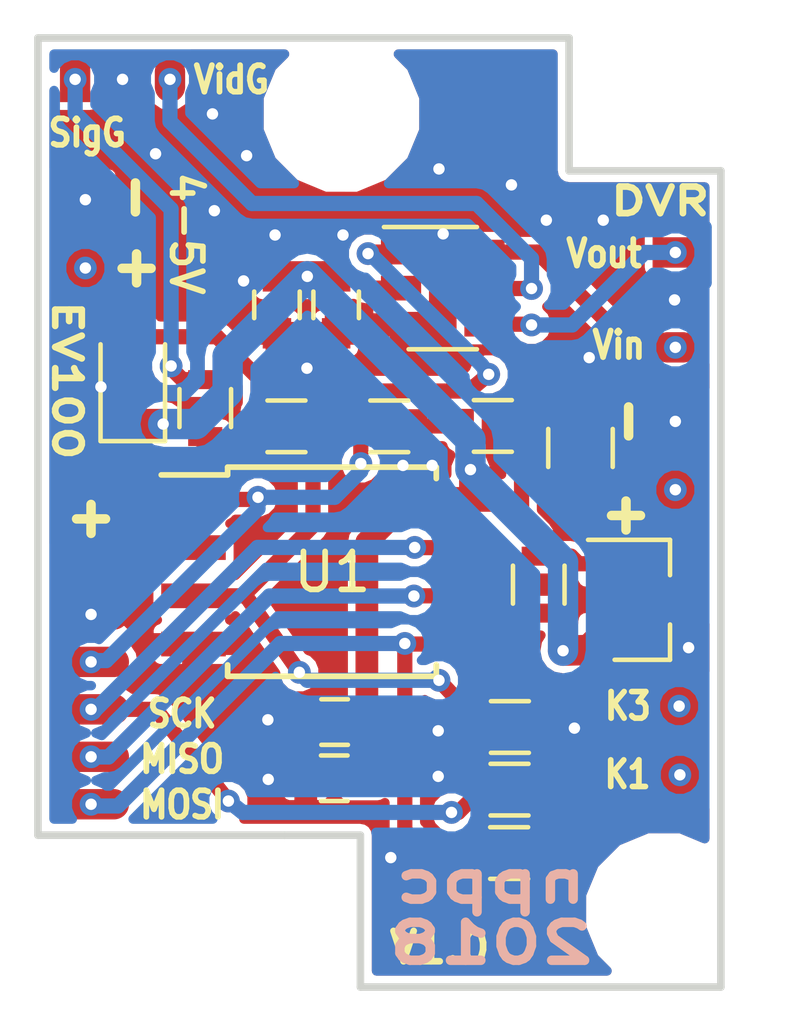
<source format=kicad_pcb>
(kicad_pcb (version 4) (host pcbnew 4.0.7)

  (general
    (links 46)
    (no_connects 0)
    (area 99.899999 79.899999 118.100001 105.100001)
    (thickness 0.8)
    (drawings 28)
    (tracks 287)
    (zones 0)
    (modules 25)
    (nets 18)
  )

  (page A4)
  (layers
    (0 F.Cu signal)
    (31 B.Cu signal)
    (32 B.Adhes user)
    (33 F.Adhes user)
    (34 B.Paste user)
    (35 F.Paste user)
    (36 B.SilkS user)
    (37 F.SilkS user)
    (38 B.Mask user)
    (39 F.Mask user)
    (40 Dwgs.User user)
    (41 Cmts.User user)
    (42 Eco1.User user)
    (43 Eco2.User user)
    (44 Edge.Cuts user)
    (45 Margin user)
    (46 B.CrtYd user)
    (47 F.CrtYd user)
    (48 B.Fab user)
    (49 F.Fab user)
  )

  (setup
    (last_trace_width 0.4)
    (user_trace_width 0.2)
    (user_trace_width 0.6)
    (user_trace_width 0.8)
    (trace_clearance 0.2)
    (zone_clearance 0.2)
    (zone_45_only no)
    (trace_min 0.2)
    (segment_width 0.2)
    (edge_width 0.2)
    (via_size 0.6)
    (via_drill 0.3)
    (via_min_size 0.4)
    (via_min_drill 0.3)
    (uvia_size 0.3)
    (uvia_drill 0.1)
    (uvias_allowed no)
    (uvia_min_size 0.2)
    (uvia_min_drill 0.1)
    (pcb_text_width 0.3)
    (pcb_text_size 1.5 1.5)
    (mod_edge_width 0.15)
    (mod_text_size 1 1)
    (mod_text_width 0.15)
    (pad_size 2.1 2.1)
    (pad_drill 2.1)
    (pad_to_mask_clearance 0.1)
    (aux_axis_origin 0 0)
    (visible_elements 7FFFFF7F)
    (pcbplotparams
      (layerselection 0x20000_00000001)
      (usegerberextensions false)
      (excludeedgelayer false)
      (linewidth 0.100000)
      (plotframeref false)
      (viasonmask false)
      (mode 1)
      (useauxorigin false)
      (hpglpennumber 1)
      (hpglpenspeed 20)
      (hpglpendiameter 15)
      (hpglpenoverlay 2)
      (psnegative false)
      (psa4output false)
      (plotreference false)
      (plotvalue false)
      (plotinvisibletext false)
      (padsonsilk false)
      (subtractmaskfromsilk false)
      (outputformat 4)
      (mirror false)
      (drillshape 1)
      (scaleselection 1)
      (outputdirectory ""))
  )

  (net 0 "")
  (net 1 GND)
  (net 2 VCC)
  (net 3 "Net-(R4-Pad2)")
  (net 4 /VID_SWITCH)
  (net 5 "Net-(J1-Pad1)")
  (net 6 /VID_SENSE)
  (net 7 "Net-(J3-Pad1)")
  (net 8 "Net-(J3-Pad3)")
  (net 9 /SCK)
  (net 10 /MISO)
  (net 11 /MOSI)
  (net 12 /RST)
  (net 13 "Net-(C5-Pad1)")
  (net 14 "Net-(Q1-Pad1)")
  (net 15 +5V)
  (net 16 /K3)
  (net 17 /K1)

  (net_class Default "This is the default net class."
    (clearance 0.2)
    (trace_width 0.4)
    (via_dia 0.6)
    (via_drill 0.3)
    (uvia_dia 0.3)
    (uvia_drill 0.1)
    (add_net +5V)
    (add_net /K1)
    (add_net /K3)
    (add_net /MISO)
    (add_net /MOSI)
    (add_net /RST)
    (add_net /SCK)
    (add_net /VID_SENSE)
    (add_net /VID_SWITCH)
    (add_net GND)
    (add_net "Net-(C5-Pad1)")
    (add_net "Net-(J1-Pad1)")
    (add_net "Net-(J3-Pad1)")
    (add_net "Net-(J3-Pad3)")
    (add_net "Net-(Q1-Pad1)")
    (add_net "Net-(R4-Pad2)")
    (add_net VCC)
  )

  (module Mounting_Holes:MountingHole_2.2mm_M2 (layer F.Cu) (tedit 5A5E0A42) (tstamp 5A5E1788)
    (at 108 82)
    (descr "Mounting Hole 2.2mm, no annular, M2")
    (tags "mounting hole 2.2mm no annular m2")
    (attr virtual)
    (fp_text reference REF** (at 0 -3.2) (layer F.SilkS) hide
      (effects (font (size 1 1) (thickness 0.15)))
    )
    (fp_text value MountingHole_2.2mm_M2 (at 0 3.2) (layer F.Fab) hide
      (effects (font (size 1 1) (thickness 0.15)))
    )
    (fp_text user %R (at 0.3 0) (layer F.Fab) hide
      (effects (font (size 1 1) (thickness 0.15)))
    )
    (fp_circle (center 0 0) (end 2.2 0) (layer Cmts.User) (width 0.15))
    (fp_circle (center 0 0) (end 2.45 0) (layer F.CrtYd) (width 0.05))
    (pad "" np_thru_hole circle (at 0 0) (size 2.1 2.1) (drill 2.1) (layers *.Cu *.Mask)
      (clearance 1))
  )

  (module TO_SOT_Packages_SMD:SOT-23-6 (layer F.Cu) (tedit 5A5D079D) (tstamp 5A5D0C0A)
    (at 110.67 86.59)
    (descr "6-pin SOT-23 package")
    (tags SOT-23-6)
    (path /5A5D0669)
    (attr smd)
    (fp_text reference U2 (at 0 -2.9) (layer F.SilkS) hide
      (effects (font (size 1 1) (thickness 0.15)))
    )
    (fp_text value MAX4624/5 (at 0 2.9) (layer F.Fab) hide
      (effects (font (size 1 1) (thickness 0.15)))
    )
    (fp_text user %R (at 0 0 90) (layer F.Fab)
      (effects (font (size 0.5 0.5) (thickness 0.075)))
    )
    (fp_line (start -0.9 1.61) (end 0.9 1.61) (layer F.SilkS) (width 0.12))
    (fp_line (start 0.9 -1.61) (end -1.55 -1.61) (layer F.SilkS) (width 0.12))
    (fp_line (start 1.9 -1.8) (end -1.9 -1.8) (layer F.CrtYd) (width 0.05))
    (fp_line (start 1.9 1.8) (end 1.9 -1.8) (layer F.CrtYd) (width 0.05))
    (fp_line (start -1.9 1.8) (end 1.9 1.8) (layer F.CrtYd) (width 0.05))
    (fp_line (start -1.9 -1.8) (end -1.9 1.8) (layer F.CrtYd) (width 0.05))
    (fp_line (start -0.9 -0.9) (end -0.25 -1.55) (layer F.Fab) (width 0.1))
    (fp_line (start 0.9 -1.55) (end -0.25 -1.55) (layer F.Fab) (width 0.1))
    (fp_line (start -0.9 -0.9) (end -0.9 1.55) (layer F.Fab) (width 0.1))
    (fp_line (start 0.9 1.55) (end -0.9 1.55) (layer F.Fab) (width 0.1))
    (fp_line (start 0.9 -1.55) (end 0.9 1.55) (layer F.Fab) (width 0.1))
    (pad 1 smd rect (at -1.1 -0.95) (size 1.06 0.65) (layers F.Cu F.Paste F.Mask)
      (net 4 /VID_SWITCH))
    (pad 2 smd rect (at -1.1 0) (size 1.06 0.65) (layers F.Cu F.Paste F.Mask)
      (net 2 VCC))
    (pad 3 smd rect (at -1.1 0.95) (size 1.06 0.65) (layers F.Cu F.Paste F.Mask)
      (net 1 GND))
    (pad 4 smd rect (at 1.1 0.95) (size 1.06 0.65) (layers F.Cu F.Paste F.Mask)
      (net 8 "Net-(J3-Pad3)"))
    (pad 6 smd rect (at 1.1 -0.95) (size 1.06 0.65) (layers F.Cu F.Paste F.Mask)
      (net 7 "Net-(J3-Pad1)"))
    (pad 5 smd rect (at 1.1 0) (size 1.06 0.65) (layers F.Cu F.Paste F.Mask)
      (net 5 "Net-(J1-Pad1)"))
    (model ${KISYS3DMOD}/TO_SOT_Packages_SMD.3dshapes/SOT-23-6.wrl
      (at (xyz 0 0 0))
      (scale (xyz 1 1 1))
      (rotate (xyz 0 0 0))
    )
  )

  (module Capacitors_SMD:C_0603 (layer F.Cu) (tedit 5A5D0930) (tstamp 5A5D0CCD)
    (at 107.82 98.02 180)
    (descr "Capacitor SMD 0603, reflow soldering, AVX (see smccp.pdf)")
    (tags "capacitor 0603")
    (path /5A5D0D9F)
    (attr smd)
    (fp_text reference C1 (at 0 -1.5 180) (layer F.SilkS) hide
      (effects (font (size 1 1) (thickness 0.15)))
    )
    (fp_text value 10uf (at 0 1.5 180) (layer F.Fab) hide
      (effects (font (size 1 1) (thickness 0.15)))
    )
    (fp_line (start 1.4 0.65) (end -1.4 0.65) (layer F.CrtYd) (width 0.05))
    (fp_line (start 1.4 0.65) (end 1.4 -0.65) (layer F.CrtYd) (width 0.05))
    (fp_line (start -1.4 -0.65) (end -1.4 0.65) (layer F.CrtYd) (width 0.05))
    (fp_line (start -1.4 -0.65) (end 1.4 -0.65) (layer F.CrtYd) (width 0.05))
    (fp_line (start 0.35 0.6) (end -0.35 0.6) (layer F.SilkS) (width 0.12))
    (fp_line (start -0.35 -0.6) (end 0.35 -0.6) (layer F.SilkS) (width 0.12))
    (fp_line (start -0.8 -0.4) (end 0.8 -0.4) (layer F.Fab) (width 0.1))
    (fp_line (start 0.8 -0.4) (end 0.8 0.4) (layer F.Fab) (width 0.1))
    (fp_line (start 0.8 0.4) (end -0.8 0.4) (layer F.Fab) (width 0.1))
    (fp_line (start -0.8 0.4) (end -0.8 -0.4) (layer F.Fab) (width 0.1))
    (fp_text user %R (at 0 0 180) (layer F.Fab)
      (effects (font (size 0.3 0.3) (thickness 0.075)))
    )
    (pad 2 smd rect (at 0.75 0 180) (size 0.8 0.75) (layers F.Cu F.Paste F.Mask)
      (net 1 GND))
    (pad 1 smd rect (at -0.75 0 180) (size 0.8 0.75) (layers F.Cu F.Paste F.Mask)
      (net 2 VCC))
    (model Capacitors_SMD.3dshapes/C_0603.wrl
      (at (xyz 0 0 0))
      (scale (xyz 1 1 1))
      (rotate (xyz 0 0 0))
    )
  )

  (module Capacitors_SMD:C_0603 (layer F.Cu) (tedit 5A5D0936) (tstamp 5A5D0CDE)
    (at 107.81 99.5 180)
    (descr "Capacitor SMD 0603, reflow soldering, AVX (see smccp.pdf)")
    (tags "capacitor 0603")
    (path /5A5D0C32)
    (attr smd)
    (fp_text reference C2 (at 0 -1.5 180) (layer F.SilkS) hide
      (effects (font (size 1 1) (thickness 0.15)))
    )
    (fp_text value 100n (at 0 1.5 180) (layer F.Fab) hide
      (effects (font (size 1 1) (thickness 0.15)))
    )
    (fp_line (start 1.4 0.65) (end -1.4 0.65) (layer F.CrtYd) (width 0.05))
    (fp_line (start 1.4 0.65) (end 1.4 -0.65) (layer F.CrtYd) (width 0.05))
    (fp_line (start -1.4 -0.65) (end -1.4 0.65) (layer F.CrtYd) (width 0.05))
    (fp_line (start -1.4 -0.65) (end 1.4 -0.65) (layer F.CrtYd) (width 0.05))
    (fp_line (start 0.35 0.6) (end -0.35 0.6) (layer F.SilkS) (width 0.12))
    (fp_line (start -0.35 -0.6) (end 0.35 -0.6) (layer F.SilkS) (width 0.12))
    (fp_line (start -0.8 -0.4) (end 0.8 -0.4) (layer F.Fab) (width 0.1))
    (fp_line (start 0.8 -0.4) (end 0.8 0.4) (layer F.Fab) (width 0.1))
    (fp_line (start 0.8 0.4) (end -0.8 0.4) (layer F.Fab) (width 0.1))
    (fp_line (start -0.8 0.4) (end -0.8 -0.4) (layer F.Fab) (width 0.1))
    (fp_text user %R (at 0 0 180) (layer F.Fab)
      (effects (font (size 0.3 0.3) (thickness 0.075)))
    )
    (pad 2 smd rect (at 0.75 0 180) (size 0.8 0.75) (layers F.Cu F.Paste F.Mask)
      (net 1 GND))
    (pad 1 smd rect (at -0.75 0 180) (size 0.8 0.75) (layers F.Cu F.Paste F.Mask)
      (net 2 VCC))
    (model Capacitors_SMD.3dshapes/C_0603.wrl
      (at (xyz 0 0 0))
      (scale (xyz 1 1 1))
      (rotate (xyz 0 0 0))
    )
  )

  (module Capacitors_SMD:C_0603 (layer F.Cu) (tedit 5A5D090F) (tstamp 5A5D0CEF)
    (at 107.86 87.03 270)
    (descr "Capacitor SMD 0603, reflow soldering, AVX (see smccp.pdf)")
    (tags "capacitor 0603")
    (path /5A5D0A7C)
    (attr smd)
    (fp_text reference C3 (at 0 -1.5 270) (layer F.SilkS) hide
      (effects (font (size 1 1) (thickness 0.15)))
    )
    (fp_text value 100n (at 0 1.5 270) (layer F.Fab) hide
      (effects (font (size 1 1) (thickness 0.15)))
    )
    (fp_line (start 1.4 0.65) (end -1.4 0.65) (layer F.CrtYd) (width 0.05))
    (fp_line (start 1.4 0.65) (end 1.4 -0.65) (layer F.CrtYd) (width 0.05))
    (fp_line (start -1.4 -0.65) (end -1.4 0.65) (layer F.CrtYd) (width 0.05))
    (fp_line (start -1.4 -0.65) (end 1.4 -0.65) (layer F.CrtYd) (width 0.05))
    (fp_line (start 0.35 0.6) (end -0.35 0.6) (layer F.SilkS) (width 0.12))
    (fp_line (start -0.35 -0.6) (end 0.35 -0.6) (layer F.SilkS) (width 0.12))
    (fp_line (start -0.8 -0.4) (end 0.8 -0.4) (layer F.Fab) (width 0.1))
    (fp_line (start 0.8 -0.4) (end 0.8 0.4) (layer F.Fab) (width 0.1))
    (fp_line (start 0.8 0.4) (end -0.8 0.4) (layer F.Fab) (width 0.1))
    (fp_line (start -0.8 0.4) (end -0.8 -0.4) (layer F.Fab) (width 0.1))
    (fp_text user %R (at 0 0 270) (layer F.Fab)
      (effects (font (size 0.3 0.3) (thickness 0.075)))
    )
    (pad 2 smd rect (at 0.75 0 270) (size 0.8 0.75) (layers F.Cu F.Paste F.Mask)
      (net 1 GND))
    (pad 1 smd rect (at -0.75 0 270) (size 0.8 0.75) (layers F.Cu F.Paste F.Mask)
      (net 2 VCC))
    (model Capacitors_SMD.3dshapes/C_0603.wrl
      (at (xyz 0 0 0))
      (scale (xyz 1 1 1))
      (rotate (xyz 0 0 0))
    )
  )

  (module Capacitors_SMD:C_0603 (layer F.Cu) (tedit 5A5D091A) (tstamp 5A5D0D00)
    (at 106.3 87.03 270)
    (descr "Capacitor SMD 0603, reflow soldering, AVX (see smccp.pdf)")
    (tags "capacitor 0603")
    (path /5A5D096B)
    (attr smd)
    (fp_text reference C4 (at 0 -1.5 270) (layer F.SilkS) hide
      (effects (font (size 1 1) (thickness 0.15)))
    )
    (fp_text value 10n (at 0 1.5 270) (layer F.Fab) hide
      (effects (font (size 1 1) (thickness 0.15)))
    )
    (fp_line (start 1.4 0.65) (end -1.4 0.65) (layer F.CrtYd) (width 0.05))
    (fp_line (start 1.4 0.65) (end 1.4 -0.65) (layer F.CrtYd) (width 0.05))
    (fp_line (start -1.4 -0.65) (end -1.4 0.65) (layer F.CrtYd) (width 0.05))
    (fp_line (start -1.4 -0.65) (end 1.4 -0.65) (layer F.CrtYd) (width 0.05))
    (fp_line (start 0.35 0.6) (end -0.35 0.6) (layer F.SilkS) (width 0.12))
    (fp_line (start -0.35 -0.6) (end 0.35 -0.6) (layer F.SilkS) (width 0.12))
    (fp_line (start -0.8 -0.4) (end 0.8 -0.4) (layer F.Fab) (width 0.1))
    (fp_line (start 0.8 -0.4) (end 0.8 0.4) (layer F.Fab) (width 0.1))
    (fp_line (start 0.8 0.4) (end -0.8 0.4) (layer F.Fab) (width 0.1))
    (fp_line (start -0.8 0.4) (end -0.8 -0.4) (layer F.Fab) (width 0.1))
    (fp_text user %R (at 0 0 270) (layer F.Fab)
      (effects (font (size 0.3 0.3) (thickness 0.075)))
    )
    (pad 2 smd rect (at 0.75 0 270) (size 0.8 0.75) (layers F.Cu F.Paste F.Mask)
      (net 1 GND))
    (pad 1 smd rect (at -0.75 0 270) (size 0.8 0.75) (layers F.Cu F.Paste F.Mask)
      (net 2 VCC))
    (model Capacitors_SMD.3dshapes/C_0603.wrl
      (at (xyz 0 0 0))
      (scale (xyz 1 1 1))
      (rotate (xyz 0 0 0))
    )
  )

  (module Resistors_SMD:R_0603 (layer F.Cu) (tedit 5A5E00A2) (tstamp 5A5E006E)
    (at 112.42 101.47 180)
    (descr "Resistor SMD 0603, reflow soldering, Vishay (see dcrcw.pdf)")
    (tags "resistor 0603")
    (path /5A5E06DD)
    (attr smd)
    (fp_text reference R1 (at 0 -1.45 180) (layer F.SilkS) hide
      (effects (font (size 1 1) (thickness 0.15)))
    )
    (fp_text value 100 (at 0 1.5 180) (layer F.Fab) hide
      (effects (font (size 1 1) (thickness 0.15)))
    )
    (fp_text user %R (at 0 0 180) (layer F.Fab)
      (effects (font (size 0.4 0.4) (thickness 0.075)))
    )
    (fp_line (start -0.8 0.4) (end -0.8 -0.4) (layer F.Fab) (width 0.1))
    (fp_line (start 0.8 0.4) (end -0.8 0.4) (layer F.Fab) (width 0.1))
    (fp_line (start 0.8 -0.4) (end 0.8 0.4) (layer F.Fab) (width 0.1))
    (fp_line (start -0.8 -0.4) (end 0.8 -0.4) (layer F.Fab) (width 0.1))
    (fp_line (start 0.5 0.68) (end -0.5 0.68) (layer F.SilkS) (width 0.12))
    (fp_line (start -0.5 -0.68) (end 0.5 -0.68) (layer F.SilkS) (width 0.12))
    (fp_line (start -1.25 -0.7) (end 1.25 -0.7) (layer F.CrtYd) (width 0.05))
    (fp_line (start -1.25 -0.7) (end -1.25 0.7) (layer F.CrtYd) (width 0.05))
    (fp_line (start 1.25 0.7) (end 1.25 -0.7) (layer F.CrtYd) (width 0.05))
    (fp_line (start 1.25 0.7) (end -1.25 0.7) (layer F.CrtYd) (width 0.05))
    (pad 1 smd rect (at -0.75 0 180) (size 0.5 0.9) (layers F.Cu F.Paste F.Mask)
      (net 17 /K1))
    (pad 2 smd rect (at 0.75 0 180) (size 0.5 0.9) (layers F.Cu F.Paste F.Mask)
      (net 11 /MOSI))
    (model ${KISYS3DMOD}/Resistors_SMD.3dshapes/R_0603.wrl
      (at (xyz 0 0 0))
      (scale (xyz 1 1 1))
      (rotate (xyz 0 0 0))
    )
  )

  (module Resistors_SMD:R_0603 (layer F.Cu) (tedit 5A5E009C) (tstamp 5A5E0090)
    (at 112.43 99.8 180)
    (descr "Resistor SMD 0603, reflow soldering, Vishay (see dcrcw.pdf)")
    (tags "resistor 0603")
    (path /5A5E0924)
    (attr smd)
    (fp_text reference R3 (at 0 -1.45 180) (layer F.SilkS) hide
      (effects (font (size 1 1) (thickness 0.15)))
    )
    (fp_text value 100 (at 0 1.5 180) (layer F.Fab) hide
      (effects (font (size 1 1) (thickness 0.15)))
    )
    (fp_text user %R (at 0 0 180) (layer F.Fab)
      (effects (font (size 0.4 0.4) (thickness 0.075)))
    )
    (fp_line (start -0.8 0.4) (end -0.8 -0.4) (layer F.Fab) (width 0.1))
    (fp_line (start 0.8 0.4) (end -0.8 0.4) (layer F.Fab) (width 0.1))
    (fp_line (start 0.8 -0.4) (end 0.8 0.4) (layer F.Fab) (width 0.1))
    (fp_line (start -0.8 -0.4) (end 0.8 -0.4) (layer F.Fab) (width 0.1))
    (fp_line (start 0.5 0.68) (end -0.5 0.68) (layer F.SilkS) (width 0.12))
    (fp_line (start -0.5 -0.68) (end 0.5 -0.68) (layer F.SilkS) (width 0.12))
    (fp_line (start -1.25 -0.7) (end 1.25 -0.7) (layer F.CrtYd) (width 0.05))
    (fp_line (start -1.25 -0.7) (end -1.25 0.7) (layer F.CrtYd) (width 0.05))
    (fp_line (start 1.25 0.7) (end 1.25 -0.7) (layer F.CrtYd) (width 0.05))
    (fp_line (start 1.25 0.7) (end -1.25 0.7) (layer F.CrtYd) (width 0.05))
    (pad 1 smd rect (at -0.75 0 180) (size 0.5 0.9) (layers F.Cu F.Paste F.Mask)
      (net 16 /K3))
    (pad 2 smd rect (at 0.75 0 180) (size 0.5 0.9) (layers F.Cu F.Paste F.Mask)
      (net 9 /SCK))
    (model ${KISYS3DMOD}/Resistors_SMD.3dshapes/R_0603.wrl
      (at (xyz 0 0 0))
      (scale (xyz 1 1 1))
      (rotate (xyz 0 0 0))
    )
  )

  (module Resistors_SMD:R_0603 (layer F.Cu) (tedit 5A5E00A5) (tstamp 5A5E00A1)
    (at 104.41 89.75 270)
    (descr "Resistor SMD 0603, reflow soldering, Vishay (see dcrcw.pdf)")
    (tags "resistor 0603")
    (path /5A5E1017)
    (attr smd)
    (fp_text reference R4 (at 0 -1.45 270) (layer F.SilkS) hide
      (effects (font (size 1 1) (thickness 0.15)))
    )
    (fp_text value 100 (at 0 1.5 270) (layer F.Fab) hide
      (effects (font (size 1 1) (thickness 0.15)))
    )
    (fp_text user %R (at 0 0 270) (layer F.Fab)
      (effects (font (size 0.4 0.4) (thickness 0.075)))
    )
    (fp_line (start -0.8 0.4) (end -0.8 -0.4) (layer F.Fab) (width 0.1))
    (fp_line (start 0.8 0.4) (end -0.8 0.4) (layer F.Fab) (width 0.1))
    (fp_line (start 0.8 -0.4) (end 0.8 0.4) (layer F.Fab) (width 0.1))
    (fp_line (start -0.8 -0.4) (end 0.8 -0.4) (layer F.Fab) (width 0.1))
    (fp_line (start 0.5 0.68) (end -0.5 0.68) (layer F.SilkS) (width 0.12))
    (fp_line (start -0.5 -0.68) (end 0.5 -0.68) (layer F.SilkS) (width 0.12))
    (fp_line (start -1.25 -0.7) (end 1.25 -0.7) (layer F.CrtYd) (width 0.05))
    (fp_line (start -1.25 -0.7) (end -1.25 0.7) (layer F.CrtYd) (width 0.05))
    (fp_line (start 1.25 0.7) (end 1.25 -0.7) (layer F.CrtYd) (width 0.05))
    (fp_line (start 1.25 0.7) (end -1.25 0.7) (layer F.CrtYd) (width 0.05))
    (pad 1 smd rect (at -0.75 0 270) (size 0.5 0.9) (layers F.Cu F.Paste F.Mask)
      (net 6 /VID_SENSE))
    (pad 2 smd rect (at 0.75 0 270) (size 0.5 0.9) (layers F.Cu F.Paste F.Mask)
      (net 3 "Net-(R4-Pad2)"))
    (model ${KISYS3DMOD}/Resistors_SMD.3dshapes/R_0603.wrl
      (at (xyz 0 0 0))
      (scale (xyz 1 1 1))
      (rotate (xyz 0 0 0))
    )
  )

  (module Resistors_SMD:R_0603 (layer F.Cu) (tedit 5A5E004B) (tstamp 5A5E00B2)
    (at 109.26 90.23 180)
    (descr "Resistor SMD 0603, reflow soldering, Vishay (see dcrcw.pdf)")
    (tags "resistor 0603")
    (path /5A5E024F)
    (attr smd)
    (fp_text reference R5 (at 0 -1.45 180) (layer F.SilkS) hide
      (effects (font (size 1 1) (thickness 0.15)))
    )
    (fp_text value 10K (at 0 1.5 180) (layer F.Fab) hide
      (effects (font (size 1 1) (thickness 0.15)))
    )
    (fp_text user %R (at 0 0 180) (layer F.Fab)
      (effects (font (size 0.4 0.4) (thickness 0.075)))
    )
    (fp_line (start -0.8 0.4) (end -0.8 -0.4) (layer F.Fab) (width 0.1))
    (fp_line (start 0.8 0.4) (end -0.8 0.4) (layer F.Fab) (width 0.1))
    (fp_line (start 0.8 -0.4) (end 0.8 0.4) (layer F.Fab) (width 0.1))
    (fp_line (start -0.8 -0.4) (end 0.8 -0.4) (layer F.Fab) (width 0.1))
    (fp_line (start 0.5 0.68) (end -0.5 0.68) (layer F.SilkS) (width 0.12))
    (fp_line (start -0.5 -0.68) (end 0.5 -0.68) (layer F.SilkS) (width 0.12))
    (fp_line (start -1.25 -0.7) (end 1.25 -0.7) (layer F.CrtYd) (width 0.05))
    (fp_line (start -1.25 -0.7) (end -1.25 0.7) (layer F.CrtYd) (width 0.05))
    (fp_line (start 1.25 0.7) (end 1.25 -0.7) (layer F.CrtYd) (width 0.05))
    (fp_line (start 1.25 0.7) (end -1.25 0.7) (layer F.CrtYd) (width 0.05))
    (pad 1 smd rect (at -0.75 0 180) (size 0.5 0.9) (layers F.Cu F.Paste F.Mask)
      (net 2 VCC))
    (pad 2 smd rect (at 0.75 0 180) (size 0.5 0.9) (layers F.Cu F.Paste F.Mask)
      (net 12 /RST))
    (model ${KISYS3DMOD}/Resistors_SMD.3dshapes/R_0603.wrl
      (at (xyz 0 0 0))
      (scale (xyz 1 1 1))
      (rotate (xyz 0 0 0))
    )
  )

  (module Housings_SOIC:SOIJ-8_5.3x5.3mm_Pitch1.27mm (layer F.Cu) (tedit 5A5E0068) (tstamp 5A5E00CF)
    (at 107.75 94.06)
    (descr "8-Lead Plastic Small Outline (SM) - Medium, 5.28 mm Body [SOIC] (see Microchip Packaging Specification 00000049BS.pdf)")
    (tags "SOIC 1.27")
    (path /5A5DF99E)
    (attr smd)
    (fp_text reference U1 (at 0.01 0.01) (layer F.SilkS)
      (effects (font (size 1 1) (thickness 0.15)))
    )
    (fp_text value ATTINY15-1SC (at 0 3.68) (layer F.Fab) hide
      (effects (font (size 1 1) (thickness 0.15)))
    )
    (fp_text user %R (at 0 0) (layer F.Fab)
      (effects (font (size 1 1) (thickness 0.15)))
    )
    (fp_line (start -1.65 -2.65) (end 2.65 -2.65) (layer F.Fab) (width 0.15))
    (fp_line (start 2.65 -2.65) (end 2.65 2.65) (layer F.Fab) (width 0.15))
    (fp_line (start 2.65 2.65) (end -2.65 2.65) (layer F.Fab) (width 0.15))
    (fp_line (start -2.65 2.65) (end -2.65 -1.65) (layer F.Fab) (width 0.15))
    (fp_line (start -2.65 -1.65) (end -1.65 -2.65) (layer F.Fab) (width 0.15))
    (fp_line (start -4.75 -2.95) (end -4.75 2.95) (layer F.CrtYd) (width 0.05))
    (fp_line (start 4.75 -2.95) (end 4.75 2.95) (layer F.CrtYd) (width 0.05))
    (fp_line (start -4.75 -2.95) (end 4.75 -2.95) (layer F.CrtYd) (width 0.05))
    (fp_line (start -4.75 2.95) (end 4.75 2.95) (layer F.CrtYd) (width 0.05))
    (fp_line (start -2.75 -2.755) (end -2.75 -2.55) (layer F.SilkS) (width 0.15))
    (fp_line (start 2.75 -2.755) (end 2.75 -2.455) (layer F.SilkS) (width 0.15))
    (fp_line (start 2.75 2.755) (end 2.75 2.455) (layer F.SilkS) (width 0.15))
    (fp_line (start -2.75 2.755) (end -2.75 2.455) (layer F.SilkS) (width 0.15))
    (fp_line (start -2.75 -2.755) (end 2.75 -2.755) (layer F.SilkS) (width 0.15))
    (fp_line (start -2.75 2.755) (end 2.75 2.755) (layer F.SilkS) (width 0.15))
    (fp_line (start -2.75 -2.55) (end -4.5 -2.55) (layer F.SilkS) (width 0.15))
    (pad 1 smd rect (at -3.65 -1.905) (size 1.7 0.65) (layers F.Cu F.Paste F.Mask)
      (net 12 /RST))
    (pad 2 smd rect (at -3.65 -0.635) (size 1.7 0.65) (layers F.Cu F.Paste F.Mask)
      (net 3 "Net-(R4-Pad2)"))
    (pad 3 smd rect (at -3.65 0.635) (size 1.7 0.65) (layers F.Cu F.Paste F.Mask)
      (net 4 /VID_SWITCH))
    (pad 4 smd rect (at -3.65 1.905) (size 1.7 0.65) (layers F.Cu F.Paste F.Mask)
      (net 1 GND))
    (pad 5 smd rect (at 3.65 1.905) (size 1.7 0.65) (layers F.Cu F.Paste F.Mask)
      (net 11 /MOSI))
    (pad 6 smd rect (at 3.65 0.635) (size 1.7 0.65) (layers F.Cu F.Paste F.Mask)
      (net 10 /MISO))
    (pad 7 smd rect (at 3.65 -0.635) (size 1.7 0.65) (layers F.Cu F.Paste F.Mask)
      (net 9 /SCK))
    (pad 8 smd rect (at 3.65 -1.905) (size 1.7 0.65) (layers F.Cu F.Paste F.Mask)
      (net 2 VCC))
    (model ${KISYS3DMOD}/Housings_SOIC.3dshapes/SOIJ-8_5.3x5.3mm_Pitch1.27mm.wrl
      (at (xyz 0 0 0))
      (scale (xyz 1 1 1))
      (rotate (xyz 0 0 0))
    )
  )

  (module KiCadCustomLibs:USB_3_PADS (layer F.Cu) (tedit 5A5E0461) (tstamp 5A5E0E7B)
    (at 102.23 81.09 180)
    (path /5A5E1A51)
    (fp_text reference J1 (at 0.3 1.6 180) (layer F.SilkS) hide
      (effects (font (size 1 1) (thickness 0.15)))
    )
    (fp_text value EV100 (at 0.1 -1.6 180) (layer F.Fab) hide
      (effects (font (size 1 1) (thickness 0.15)))
    )
    (pad 1 smd oval (at -1.25 0 180) (size 0.8 1.2) (layers F.Cu F.Paste F.Mask)
      (net 5 "Net-(J1-Pad1)"))
    (pad 2 smd rect (at 0 0 180) (size 0.8 1.2) (layers F.Cu F.Paste F.Mask)
      (net 1 GND))
    (pad 3 smd rect (at 1.25 0 180) (size 0.8 1.2) (layers F.Cu F.Paste F.Mask)
      (net 6 /VID_SENSE))
  )

  (module KiCadCustomLibs:USB_3_PADS (layer F.Cu) (tedit 5A5E042A) (tstamp 5A5E0E89)
    (at 116.8 86.9 90)
    (path /5A5E1EB7)
    (fp_text reference J3 (at 0.3 1.6 90) (layer F.SilkS) hide
      (effects (font (size 1 1) (thickness 0.15)))
    )
    (fp_text value DVR_VIDEO (at 0.1 -1.6 90) (layer F.Fab) hide
      (effects (font (size 1 1) (thickness 0.15)))
    )
    (pad 1 smd oval (at -1.25 0 90) (size 0.8 1.2) (layers F.Cu F.Paste F.Mask)
      (net 7 "Net-(J3-Pad1)"))
    (pad 2 smd rect (at 0 0 90) (size 0.8 1.2) (layers F.Cu F.Paste F.Mask)
      (net 1 GND))
    (pad 3 smd rect (at 1.25 0 90) (size 0.8 1.2) (layers F.Cu F.Paste F.Mask)
      (net 8 "Net-(J3-Pad3)"))
  )

  (module KiCadCustomLibs:POWER2PIN (layer F.Cu) (tedit 5A5E0466) (tstamp 5A5E0E8F)
    (at 101.25 85.16 90)
    (path /5A5E26FC)
    (fp_text reference J4 (at 0.1 1.8 90) (layer F.SilkS) hide
      (effects (font (size 1 1) (thickness 0.15)))
    )
    (fp_text value PWR (at 0.3 -1.6 90) (layer F.Fab) hide
      (effects (font (size 1 1) (thickness 0.15)))
    )
    (pad 1 smd rect (at -0.9 0 90) (size 1.2 1.2) (layers F.Cu F.Paste F.Mask)
      (net 15 +5V))
    (pad 2 smd rect (at 0.9 0 90) (size 1.2 1.2) (layers F.Cu F.Paste F.Mask)
      (net 1 GND))
  )

  (module KiCadCustomLibs:POWER2PIN (layer F.Cu) (tedit 5A5E0441) (tstamp 5A5E0E95)
    (at 116.8 91 90)
    (path /5A5E27E5)
    (fp_text reference J5 (at 0.1 1.8 90) (layer F.SilkS) hide
      (effects (font (size 1 1) (thickness 0.15)))
    )
    (fp_text value PWR_DVR (at 0.3 -1.6 90) (layer F.Fab) hide
      (effects (font (size 1 1) (thickness 0.15)))
    )
    (pad 1 smd rect (at -0.9 0 90) (size 1.2 1.2) (layers F.Cu F.Paste F.Mask)
      (net 13 "Net-(C5-Pad1)"))
    (pad 2 smd rect (at 0.9 0 90) (size 1.2 1.2) (layers F.Cu F.Paste F.Mask)
      (net 1 GND))
  )

  (module KiCadCustomLibs:Pads_prog_6pin1.25mm (layer F.Cu) (tedit 5A5E082B) (tstamp 5A5E13B2)
    (at 101.4 97.06 90)
    (path /5A5E345E)
    (fp_text reference J6 (at 0.5 2 90) (layer F.SilkS) hide
      (effects (font (size 1 1) (thickness 0.15)))
    )
    (fp_text value PROG (at 0 -2.25 90) (layer F.Fab) hide
      (effects (font (size 1 1) (thickness 0.15)))
    )
    (pad 6 smd oval (at 3.125 0 90) (size 0.8 2) (layers F.Cu F.Paste F.Mask)
      (net 2 VCC))
    (pad 1 smd oval (at -3.125 0 90) (size 0.8 2) (layers F.Cu F.Paste F.Mask)
      (net 11 /MOSI))
    (pad 5 smd oval (at 1.875 0 90) (size 0.8 2) (layers F.Cu F.Paste F.Mask)
      (net 1 GND))
    (pad 2 smd oval (at -1.875 0 90) (size 0.8 2) (layers F.Cu F.Paste F.Mask)
      (net 10 /MISO))
    (pad 3 smd oval (at -0.625 0 90) (size 0.8 2) (layers F.Cu F.Paste F.Mask)
      (net 9 /SCK))
    (pad 4 smd oval (at 0.625 0 90) (size 0.8 2) (layers F.Cu F.Paste F.Mask)
      (net 12 /RST))
  )

  (module Mounting_Holes:MountingHole_2.2mm_M2 (layer F.Cu) (tedit 5A5E0A4E) (tstamp 5A5E1762)
    (at 116.5 103)
    (descr "Mounting Hole 2.2mm, no annular, M2")
    (tags "mounting hole 2.2mm no annular m2")
    (attr virtual)
    (fp_text reference REF** (at 0 -3.2) (layer F.SilkS) hide
      (effects (font (size 1 1) (thickness 0.15)))
    )
    (fp_text value MountingHole_2.2mm_M2 (at 0 3.2) (layer F.Fab) hide
      (effects (font (size 1 1) (thickness 0.15)))
    )
    (fp_text user %R (at 0.3 0) (layer F.Fab) hide
      (effects (font (size 1 1) (thickness 0.15)))
    )
    (fp_circle (center 0 0) (end 2.2 0) (layer Cmts.User) (width 0.15))
    (fp_circle (center 0 0) (end 2.45 0) (layer F.CrtYd) (width 0.05))
    (pad "" np_thru_hole circle (at 0 0) (size 2.1 2.1) (drill 2.1) (layers *.Cu *.Mask)
      (clearance 1))
  )

  (module Capacitors_SMD:C_0805 (layer F.Cu) (tedit 5A5E1569) (tstamp 5A5E1A1F)
    (at 114.3 90.8 90)
    (descr "Capacitor SMD 0805, reflow soldering, AVX (see smccp.pdf)")
    (tags "capacitor 0805")
    (path /5A5E4520)
    (attr smd)
    (fp_text reference C5 (at 0 -1.5 90) (layer F.SilkS) hide
      (effects (font (size 1 1) (thickness 0.15)))
    )
    (fp_text value 22uf (at 0 1.75 90) (layer F.Fab) hide
      (effects (font (size 1 1) (thickness 0.15)))
    )
    (fp_text user %R (at 0 -1.5 90) (layer F.Fab) hide
      (effects (font (size 1 1) (thickness 0.15)))
    )
    (fp_line (start -1 0.62) (end -1 -0.62) (layer F.Fab) (width 0.1))
    (fp_line (start 1 0.62) (end -1 0.62) (layer F.Fab) (width 0.1))
    (fp_line (start 1 -0.62) (end 1 0.62) (layer F.Fab) (width 0.1))
    (fp_line (start -1 -0.62) (end 1 -0.62) (layer F.Fab) (width 0.1))
    (fp_line (start 0.5 -0.85) (end -0.5 -0.85) (layer F.SilkS) (width 0.12))
    (fp_line (start -0.5 0.85) (end 0.5 0.85) (layer F.SilkS) (width 0.12))
    (fp_line (start -1.75 -0.88) (end 1.75 -0.88) (layer F.CrtYd) (width 0.05))
    (fp_line (start -1.75 -0.88) (end -1.75 0.87) (layer F.CrtYd) (width 0.05))
    (fp_line (start 1.75 0.87) (end 1.75 -0.88) (layer F.CrtYd) (width 0.05))
    (fp_line (start 1.75 0.87) (end -1.75 0.87) (layer F.CrtYd) (width 0.05))
    (pad 1 smd rect (at -1 0 90) (size 1 1.25) (layers F.Cu F.Paste F.Mask)
      (net 13 "Net-(C5-Pad1)"))
    (pad 2 smd rect (at 1 0 90) (size 1 1.25) (layers F.Cu F.Paste F.Mask)
      (net 1 GND))
    (model Capacitors_SMD.3dshapes/C_0805.wrl
      (at (xyz 0 0 0))
      (scale (xyz 1 1 1))
      (rotate (xyz 0 0 0))
    )
  )

  (module KiCadCustomLibs:POWER2PIN (layer F.Cu) (tedit 5AB389E5) (tstamp 5AB38F20)
    (at 116.9 98.5 270)
    (path /5AB3A48B)
    (fp_text reference J2 (at 0.16 -3.76 270) (layer F.SilkS) hide
      (effects (font (size 1 1) (thickness 0.15)))
    )
    (fp_text value Buttons (at 0.3 -1.6 270) (layer F.Fab) hide
      (effects (font (size 1 1) (thickness 0.15)))
    )
    (pad 1 smd rect (at -0.9 0 270) (size 1.2 1.2) (layers F.Cu F.Paste F.Mask)
      (net 16 /K3))
    (pad 2 smd rect (at 0.9 0 270) (size 1.2 1.2) (layers F.Cu F.Paste F.Mask)
      (net 17 /K1))
  )

  (module TO_SOT_Packages_SMD:SOT-23 (layer F.Cu) (tedit 5AB38A4F) (tstamp 5AB38F35)
    (at 115.9 94.8)
    (descr "SOT-23, Standard")
    (tags SOT-23)
    (path /5AB38B13)
    (attr smd)
    (fp_text reference Q1 (at 0 -2.5) (layer F.SilkS) hide
      (effects (font (size 1 1) (thickness 0.15)))
    )
    (fp_text value "AO3415 (P)" (at 0 2.5) (layer F.Fab) hide
      (effects (font (size 1 1) (thickness 0.15)))
    )
    (fp_text user %R (at 0 0 90) (layer F.Fab)
      (effects (font (size 0.5 0.5) (thickness 0.075)))
    )
    (fp_line (start -0.7 -0.95) (end -0.7 1.5) (layer F.Fab) (width 0.1))
    (fp_line (start -0.15 -1.52) (end 0.7 -1.52) (layer F.Fab) (width 0.1))
    (fp_line (start -0.7 -0.95) (end -0.15 -1.52) (layer F.Fab) (width 0.1))
    (fp_line (start 0.7 -1.52) (end 0.7 1.52) (layer F.Fab) (width 0.1))
    (fp_line (start -0.7 1.52) (end 0.7 1.52) (layer F.Fab) (width 0.1))
    (fp_line (start 0.76 1.58) (end 0.76 0.65) (layer F.SilkS) (width 0.12))
    (fp_line (start 0.76 -1.58) (end 0.76 -0.65) (layer F.SilkS) (width 0.12))
    (fp_line (start -1.7 -1.75) (end 1.7 -1.75) (layer F.CrtYd) (width 0.05))
    (fp_line (start 1.7 -1.75) (end 1.7 1.75) (layer F.CrtYd) (width 0.05))
    (fp_line (start 1.7 1.75) (end -1.7 1.75) (layer F.CrtYd) (width 0.05))
    (fp_line (start -1.7 1.75) (end -1.7 -1.75) (layer F.CrtYd) (width 0.05))
    (fp_line (start 0.76 -1.58) (end -1.4 -1.58) (layer F.SilkS) (width 0.12))
    (fp_line (start 0.76 1.58) (end -0.7 1.58) (layer F.SilkS) (width 0.12))
    (pad 1 smd rect (at -1 -0.95) (size 0.9 0.8) (layers F.Cu F.Paste F.Mask)
      (net 14 "Net-(Q1-Pad1)"))
    (pad 2 smd rect (at -1 0.95) (size 0.9 0.8) (layers F.Cu F.Paste F.Mask)
      (net 2 VCC))
    (pad 3 smd rect (at 1 0) (size 0.9 0.8) (layers F.Cu F.Paste F.Mask)
      (net 13 "Net-(C5-Pad1)"))
    (model ${KISYS3DMOD}/TO_SOT_Packages_SMD.3dshapes/SOT-23.wrl
      (at (xyz 0 0 0))
      (scale (xyz 1 1 1))
      (rotate (xyz 0 0 0))
    )
  )

  (module Resistors_SMD:R_0603 (layer F.Cu) (tedit 5AB38BC7) (tstamp 5AB38F46)
    (at 111.99 90.22)
    (descr "Resistor SMD 0603, reflow soldering, Vishay (see dcrcw.pdf)")
    (tags "resistor 0603")
    (path /5AB39441)
    (attr smd)
    (fp_text reference R2 (at 0 -1.45) (layer F.SilkS) hide
      (effects (font (size 1 1) (thickness 0.15)))
    )
    (fp_text value 100K (at 0 1.5) (layer F.Fab) hide
      (effects (font (size 1 1) (thickness 0.15)))
    )
    (fp_text user %R (at 0 0) (layer F.Fab)
      (effects (font (size 0.4 0.4) (thickness 0.075)))
    )
    (fp_line (start -0.8 0.4) (end -0.8 -0.4) (layer F.Fab) (width 0.1))
    (fp_line (start 0.8 0.4) (end -0.8 0.4) (layer F.Fab) (width 0.1))
    (fp_line (start 0.8 -0.4) (end 0.8 0.4) (layer F.Fab) (width 0.1))
    (fp_line (start -0.8 -0.4) (end 0.8 -0.4) (layer F.Fab) (width 0.1))
    (fp_line (start 0.5 0.68) (end -0.5 0.68) (layer F.SilkS) (width 0.12))
    (fp_line (start -0.5 -0.68) (end 0.5 -0.68) (layer F.SilkS) (width 0.12))
    (fp_line (start -1.25 -0.7) (end 1.25 -0.7) (layer F.CrtYd) (width 0.05))
    (fp_line (start -1.25 -0.7) (end -1.25 0.7) (layer F.CrtYd) (width 0.05))
    (fp_line (start 1.25 0.7) (end 1.25 -0.7) (layer F.CrtYd) (width 0.05))
    (fp_line (start 1.25 0.7) (end -1.25 0.7) (layer F.CrtYd) (width 0.05))
    (pad 1 smd rect (at -0.75 0) (size 0.5 0.9) (layers F.Cu F.Paste F.Mask)
      (net 2 VCC))
    (pad 2 smd rect (at 0.75 0) (size 0.5 0.9) (layers F.Cu F.Paste F.Mask)
      (net 14 "Net-(Q1-Pad1)"))
    (model ${KISYS3DMOD}/Resistors_SMD.3dshapes/R_0603.wrl
      (at (xyz 0 0 0))
      (scale (xyz 1 1 1))
      (rotate (xyz 0 0 0))
    )
  )

  (module Resistors_SMD:R_0603 (layer F.Cu) (tedit 5AB39C57) (tstamp 5AB38F57)
    (at 113.2 94.4 90)
    (descr "Resistor SMD 0603, reflow soldering, Vishay (see dcrcw.pdf)")
    (tags "resistor 0603")
    (path /5AB37F1B)
    (attr smd)
    (fp_text reference R6 (at 0 -1.45 90) (layer F.SilkS) hide
      (effects (font (size 1 1) (thickness 0.15)))
    )
    (fp_text value 1K (at 0 1.5 90) (layer F.Fab) hide
      (effects (font (size 1 1) (thickness 0.15)))
    )
    (fp_text user %R (at 0 0 90) (layer F.Fab)
      (effects (font (size 0.4 0.4) (thickness 0.075)))
    )
    (fp_line (start -0.8 0.4) (end -0.8 -0.4) (layer F.Fab) (width 0.1))
    (fp_line (start 0.8 0.4) (end -0.8 0.4) (layer F.Fab) (width 0.1))
    (fp_line (start 0.8 -0.4) (end 0.8 0.4) (layer F.Fab) (width 0.1))
    (fp_line (start -0.8 -0.4) (end 0.8 -0.4) (layer F.Fab) (width 0.1))
    (fp_line (start 0.5 0.68) (end -0.5 0.68) (layer F.SilkS) (width 0.12))
    (fp_line (start -0.5 -0.68) (end 0.5 -0.68) (layer F.SilkS) (width 0.12))
    (fp_line (start -1.25 -0.7) (end 1.25 -0.7) (layer F.CrtYd) (width 0.05))
    (fp_line (start -1.25 -0.7) (end -1.25 0.7) (layer F.CrtYd) (width 0.05))
    (fp_line (start 1.25 0.7) (end 1.25 -0.7) (layer F.CrtYd) (width 0.05))
    (fp_line (start 1.25 0.7) (end -1.25 0.7) (layer F.CrtYd) (width 0.05))
    (pad 1 smd rect (at -0.75 0 90) (size 0.5 0.9) (layers F.Cu F.Paste F.Mask)
      (net 10 /MISO))
    (pad 2 smd rect (at 0.75 0 90) (size 0.5 0.9) (layers F.Cu F.Paste F.Mask)
      (net 14 "Net-(Q1-Pad1)"))
    (model ${KISYS3DMOD}/Resistors_SMD.3dshapes/R_0603.wrl
      (at (xyz 0 0 0))
      (scale (xyz 1 1 1))
      (rotate (xyz 0 0 0))
    )
  )

  (module Diodes_SMD:D_SOD-323 (layer F.Cu) (tedit 5AB3AA99) (tstamp 5AB3A953)
    (at 102.5 89.12 90)
    (descr SOD-323)
    (tags SOD-323)
    (path /5AB3C38E)
    (attr smd)
    (fp_text reference D1 (at 0 -1.85 90) (layer F.SilkS) hide
      (effects (font (size 1 1) (thickness 0.15)))
    )
    (fp_text value B5819WS (at 0.1 1.9 90) (layer F.Fab) hide
      (effects (font (size 1 1) (thickness 0.15)))
    )
    (fp_text user %R (at 0 -1.85 90) (layer F.Fab) hide
      (effects (font (size 1 1) (thickness 0.15)))
    )
    (fp_line (start -1.5 -0.85) (end -1.5 0.85) (layer F.SilkS) (width 0.12))
    (fp_line (start 0.2 0) (end 0.45 0) (layer F.Fab) (width 0.1))
    (fp_line (start 0.2 0.35) (end -0.3 0) (layer F.Fab) (width 0.1))
    (fp_line (start 0.2 -0.35) (end 0.2 0.35) (layer F.Fab) (width 0.1))
    (fp_line (start -0.3 0) (end 0.2 -0.35) (layer F.Fab) (width 0.1))
    (fp_line (start -0.3 0) (end -0.5 0) (layer F.Fab) (width 0.1))
    (fp_line (start -0.3 -0.35) (end -0.3 0.35) (layer F.Fab) (width 0.1))
    (fp_line (start -0.9 0.7) (end -0.9 -0.7) (layer F.Fab) (width 0.1))
    (fp_line (start 0.9 0.7) (end -0.9 0.7) (layer F.Fab) (width 0.1))
    (fp_line (start 0.9 -0.7) (end 0.9 0.7) (layer F.Fab) (width 0.1))
    (fp_line (start -0.9 -0.7) (end 0.9 -0.7) (layer F.Fab) (width 0.1))
    (fp_line (start -1.6 -0.95) (end 1.6 -0.95) (layer F.CrtYd) (width 0.05))
    (fp_line (start 1.6 -0.95) (end 1.6 0.95) (layer F.CrtYd) (width 0.05))
    (fp_line (start -1.6 0.95) (end 1.6 0.95) (layer F.CrtYd) (width 0.05))
    (fp_line (start -1.6 -0.95) (end -1.6 0.95) (layer F.CrtYd) (width 0.05))
    (fp_line (start -1.5 0.85) (end 1.05 0.85) (layer F.SilkS) (width 0.12))
    (fp_line (start -1.5 -0.85) (end 1.05 -0.85) (layer F.SilkS) (width 0.12))
    (pad 1 smd rect (at -1.05 0 90) (size 0.6 0.45) (layers F.Cu F.Paste F.Mask)
      (net 2 VCC))
    (pad 2 smd rect (at 1.05 0 90) (size 0.6 0.45) (layers F.Cu F.Paste F.Mask)
      (net 15 +5V))
    (model ${KISYS3DMOD}/Diodes_SMD.3dshapes/D_SOD-323.wrl
      (at (xyz 0 0 0))
      (scale (xyz 1 1 1))
      (rotate (xyz 0 0 0))
    )
  )

  (module Resistors_SMD:R_0603 (layer F.Cu) (tedit 5AB56501) (tstamp 5AB565F1)
    (at 106.55 90.23 180)
    (descr "Resistor SMD 0603, reflow soldering, Vishay (see dcrcw.pdf)")
    (tags "resistor 0603")
    (path /5AB56263)
    (attr smd)
    (fp_text reference R7 (at 0 -1.45 180) (layer F.SilkS) hide
      (effects (font (size 1 1) (thickness 0.15)))
    )
    (fp_text value 4.7K (at 0 1.5 180) (layer F.Fab) hide
      (effects (font (size 1 1) (thickness 0.15)))
    )
    (fp_text user %R (at 0 0 180) (layer F.Fab)
      (effects (font (size 0.4 0.4) (thickness 0.075)))
    )
    (fp_line (start -0.8 0.4) (end -0.8 -0.4) (layer F.Fab) (width 0.1))
    (fp_line (start 0.8 0.4) (end -0.8 0.4) (layer F.Fab) (width 0.1))
    (fp_line (start 0.8 -0.4) (end 0.8 0.4) (layer F.Fab) (width 0.1))
    (fp_line (start -0.8 -0.4) (end 0.8 -0.4) (layer F.Fab) (width 0.1))
    (fp_line (start 0.5 0.68) (end -0.5 0.68) (layer F.SilkS) (width 0.12))
    (fp_line (start -0.5 -0.68) (end 0.5 -0.68) (layer F.SilkS) (width 0.12))
    (fp_line (start -1.25 -0.7) (end 1.25 -0.7) (layer F.CrtYd) (width 0.05))
    (fp_line (start -1.25 -0.7) (end -1.25 0.7) (layer F.CrtYd) (width 0.05))
    (fp_line (start 1.25 0.7) (end 1.25 -0.7) (layer F.CrtYd) (width 0.05))
    (fp_line (start 1.25 0.7) (end -1.25 0.7) (layer F.CrtYd) (width 0.05))
    (pad 1 smd rect (at -0.75 0 180) (size 0.5 0.9) (layers F.Cu F.Paste F.Mask)
      (net 4 /VID_SWITCH))
    (pad 2 smd rect (at 0.75 0 180) (size 0.5 0.9) (layers F.Cu F.Paste F.Mask)
      (net 15 +5V))
    (model ${KISYS3DMOD}/Resistors_SMD.3dshapes/R_0603.wrl
      (at (xyz 0 0 0))
      (scale (xyz 1 1 1))
      (rotate (xyz 0 0 0))
    )
  )

  (module Resistors_SMD:R_0603 (layer F.Cu) (tedit 5AB56516) (tstamp 5AB56602)
    (at 112.44 98.15 180)
    (descr "Resistor SMD 0603, reflow soldering, Vishay (see dcrcw.pdf)")
    (tags "resistor 0603")
    (path /5AB565FD)
    (attr smd)
    (fp_text reference R8 (at 0 -1.45 180) (layer F.SilkS) hide
      (effects (font (size 1 1) (thickness 0.15)))
    )
    (fp_text value 47K (at 0 1.5 180) (layer F.Fab) hide
      (effects (font (size 1 1) (thickness 0.15)))
    )
    (fp_text user %R (at 0 0 180) (layer F.Fab)
      (effects (font (size 0.4 0.4) (thickness 0.075)))
    )
    (fp_line (start -0.8 0.4) (end -0.8 -0.4) (layer F.Fab) (width 0.1))
    (fp_line (start 0.8 0.4) (end -0.8 0.4) (layer F.Fab) (width 0.1))
    (fp_line (start 0.8 -0.4) (end 0.8 0.4) (layer F.Fab) (width 0.1))
    (fp_line (start -0.8 -0.4) (end 0.8 -0.4) (layer F.Fab) (width 0.1))
    (fp_line (start 0.5 0.68) (end -0.5 0.68) (layer F.SilkS) (width 0.12))
    (fp_line (start -0.5 -0.68) (end 0.5 -0.68) (layer F.SilkS) (width 0.12))
    (fp_line (start -1.25 -0.7) (end 1.25 -0.7) (layer F.CrtYd) (width 0.05))
    (fp_line (start -1.25 -0.7) (end -1.25 0.7) (layer F.CrtYd) (width 0.05))
    (fp_line (start 1.25 0.7) (end 1.25 -0.7) (layer F.CrtYd) (width 0.05))
    (fp_line (start 1.25 0.7) (end -1.25 0.7) (layer F.CrtYd) (width 0.05))
    (pad 1 smd rect (at -0.75 0 180) (size 0.5 0.9) (layers F.Cu F.Paste F.Mask)
      (net 1 GND))
    (pad 2 smd rect (at 0.75 0 180) (size 0.5 0.9) (layers F.Cu F.Paste F.Mask)
      (net 4 /VID_SWITCH))
    (model ${KISYS3DMOD}/Resistors_SMD.3dshapes/R_0603.wrl
      (at (xyz 0 0 0))
      (scale (xyz 1 1 1))
      (rotate (xyz 0 0 0))
    )
  )

  (gr_text V1.0 (at 110.59 103.96) (layer F.SilkS)
    (effects (font (size 0.8 0.8) (thickness 0.175)))
  )
  (gr_line (start 114 80) (end 100 80) (angle 90) (layer Edge.Cuts) (width 0.2))
  (gr_line (start 114 83.5) (end 118 83.5) (angle 90) (layer Edge.Cuts) (width 0.2))
  (gr_line (start 114 80) (end 114 83.5) (angle 90) (layer Edge.Cuts) (width 0.2))
  (gr_text 4-5V (at 103.91 85.15 270) (layer F.SilkS)
    (effects (font (size 0.8 0.8) (thickness 0.15)))
  )
  (gr_text "nppc\n2018" (at 111.94 103.04) (layer B.SilkS)
    (effects (font (size 1 1.4) (thickness 0.25)) (justify mirror))
  )
  (gr_text EV100 (at 100.77 89.02 270) (layer F.SilkS)
    (effects (font (size 0.7 0.9) (thickness 0.175)))
  )
  (gr_text DVR (at 116.4 84.3) (layer F.SilkS)
    (effects (font (size 0.7 0.9) (thickness 0.175)))
  )
  (gr_text Vout (at 114.92 85.68) (layer F.SilkS)
    (effects (font (size 0.7 0.6) (thickness 0.15)))
  )
  (gr_text Vin (at 115.31 88.09) (layer F.SilkS)
    (effects (font (size 0.7 0.6) (thickness 0.15)))
  )
  (gr_text SigG (at 101.3 82.5) (layer F.SilkS)
    (effects (font (size 0.7 0.6) (thickness 0.15)))
  )
  (gr_text VidG (at 105.1 81.1) (layer F.SilkS)
    (effects (font (size 0.7 0.6) (thickness 0.15)))
  )
  (gr_text - (at 115.5 90.1 90) (layer F.SilkS)
    (effects (font (size 1 1) (thickness 0.25)))
  )
  (gr_text - (at 102.5 84.2 90) (layer F.SilkS)
    (effects (font (size 1 1) (thickness 0.25)))
  )
  (gr_text + (at 115.5 92.51) (layer F.SilkS)
    (effects (font (size 1 1) (thickness 0.25)))
  )
  (gr_text + (at 102.6 86) (layer F.SilkS)
    (effects (font (size 1 1) (thickness 0.25)))
  )
  (gr_text + (at 101.4 92.6) (layer F.SilkS)
    (effects (font (size 1 1) (thickness 0.25)))
  )
  (gr_text SCK (at 103.8 97.8) (layer F.SilkS)
    (effects (font (size 0.7 0.6) (thickness 0.15)))
  )
  (gr_text MISO (at 103.8 99) (layer F.SilkS)
    (effects (font (size 0.7 0.6) (thickness 0.15)))
  )
  (gr_text MOSI (at 103.8 100.2) (layer F.SilkS)
    (effects (font (size 0.7 0.6) (thickness 0.15)))
  )
  (gr_text K3 (at 115.55 97.6) (layer F.SilkS)
    (effects (font (size 0.7 0.6) (thickness 0.15)))
  )
  (gr_text K1 (at 115.54 99.4) (layer F.SilkS)
    (effects (font (size 0.7 0.6) (thickness 0.15)))
  )
  (gr_line (start 108.5 105) (end 118 105) (angle 90) (layer Edge.Cuts) (width 0.2))
  (gr_line (start 106.5 101) (end 100 101) (angle 90) (layer Edge.Cuts) (width 0.2))
  (gr_line (start 108.5 101) (end 106.5 101) (angle 90) (layer Edge.Cuts) (width 0.2))
  (gr_line (start 108.5 105) (end 108.5 101) (angle 90) (layer Edge.Cuts) (width 0.2))
  (gr_line (start 118 83.5) (end 118 105) (angle 90) (layer Edge.Cuts) (width 0.2))
  (gr_line (start 100 101) (end 100 80) (angle 90) (layer Edge.Cuts) (width 0.2))

  (segment (start 116.78 86.9) (end 116.05 86.9) (width 0.4) (layer B.Cu) (net 1))
  (via (at 114.53 88.42) (size 0.6) (drill 0.3) (layers F.Cu B.Cu) (net 1))
  (segment (start 116.05 86.9) (end 114.53 88.42) (width 0.4) (layer B.Cu) (net 1) (tstamp 5AB57713))
  (segment (start 116.81 86.9) (end 116.78 86.9) (width 0.4) (layer B.Cu) (net 1))
  (via (at 116.78 86.9) (size 0.6) (drill 0.3) (layers F.Cu B.Cu) (net 1))
  (segment (start 116.78 86.9) (end 116.8 86.9) (width 0.4) (layer F.Cu) (net 1) (tstamp 5AB57664))
  (segment (start 116.81 86.9) (end 117.1 86.9) (width 0.4) (layer B.Cu) (net 1) (tstamp 5AB57660))
  (segment (start 112.06 83.45) (end 110.57 83.45) (width 0.4) (layer B.Cu) (net 1) (tstamp 5AB3AA46))
  (via (at 110.57 83.45) (size 0.6) (drill 0.3) (layers F.Cu B.Cu) (net 1))
  (segment (start 113.4 84.8) (end 113.4 84.79) (width 0.4) (layer B.Cu) (net 1))
  (segment (start 114.9 84.8) (end 113.6 85) (width 0.4) (layer B.Cu) (net 1))
  (via (at 114.9 84.8) (size 0.6) (drill 0.3) (layers F.Cu B.Cu) (net 1))
  (via (at 113.4 84.8) (size 0.6) (drill 0.3) (layers F.Cu B.Cu) (net 1))
  (segment (start 113.6 85) (end 113.4 84.8) (width 0.4) (layer B.Cu) (net 1) (tstamp 5A5E17BF))
  (via (at 112.48 83.87) (size 0.6) (drill 0.3) (layers F.Cu B.Cu) (net 1))
  (segment (start 113.4 84.79) (end 112.48 83.87) (width 0.4) (layer B.Cu) (net 1) (tstamp 5AB3AA41))
  (segment (start 112.48 83.87) (end 112.06 83.45) (width 0.4) (layer B.Cu) (net 1))
  (segment (start 115.26 84.44) (end 114.9 84.8) (width 0.4) (layer B.Cu) (net 1) (tstamp 5AB57659))
  (segment (start 117.01 84.44) (end 115.26 84.44) (width 0.4) (layer B.Cu) (net 1) (tstamp 5AB57658))
  (segment (start 117.56 84.99) (end 117.01 84.44) (width 0.4) (layer B.Cu) (net 1) (tstamp 5AB57657))
  (segment (start 117.56 86.44) (end 117.56 84.99) (width 0.4) (layer B.Cu) (net 1) (tstamp 5AB57652))
  (segment (start 117.1 86.9) (end 117.56 86.44) (width 0.4) (layer B.Cu) (net 1) (tstamp 5AB57651))
  (segment (start 114.14 98.18) (end 114.14 98.17) (width 0.4) (layer B.Cu) (net 1))
  (via (at 117.15 96.06) (size 0.6) (drill 0.3) (layers F.Cu B.Cu) (net 1))
  (segment (start 116.25 96.06) (end 117.15 96.06) (width 0.4) (layer B.Cu) (net 1) (tstamp 5AB574E9))
  (segment (start 114.14 98.17) (end 116.25 96.06) (width 0.4) (layer B.Cu) (net 1) (tstamp 5AB574E5))
  (segment (start 113.19 98.15) (end 113.22 98.18) (width 0.4) (layer F.Cu) (net 1))
  (segment (start 113.22 98.18) (end 114.14 98.18) (width 0.4) (layer F.Cu) (net 1) (tstamp 5AB5731C))
  (via (at 114.14 98.18) (size 0.6) (drill 0.3) (layers F.Cu B.Cu) (net 1))
  (segment (start 114.14 98.18) (end 114.14 99.83) (width 0.4) (layer B.Cu) (net 1) (tstamp 5AB57326))
  (segment (start 114.14 99.83) (end 112.38 101.59) (width 0.4) (layer B.Cu) (net 1) (tstamp 5AB57327))
  (segment (start 112.38 101.59) (end 109.3 101.59) (width 0.4) (layer B.Cu) (net 1) (tstamp 5AB5732D))
  (via (at 109.3 101.59) (size 0.6) (drill 0.3) (layers F.Cu B.Cu) (net 1))
  (segment (start 101.25 84.26) (end 102.41 85.42) (width 0.4) (layer B.Cu) (net 1))
  (segment (start 101.21 84.3) (end 101.25 84.26) (width 0.4) (layer B.Cu) (net 1) (tstamp 5A5E1427))
  (segment (start 101.2 84.3) (end 101.21 84.3) (width 0.4) (layer B.Cu) (net 1) (tstamp 5A5E1428))
  (via (at 101.25 84.26) (size 0.6) (drill 0.3) (layers F.Cu B.Cu) (net 1))
  (via (at 101.66 89.19) (size 0.6) (drill 0.3) (layers F.Cu B.Cu) (net 1))
  (segment (start 102.41 88.44) (end 101.66 89.19) (width 0.4) (layer B.Cu) (net 1) (tstamp 5AB57266))
  (segment (start 102.41 85.42) (end 102.41 88.44) (width 0.4) (layer B.Cu) (net 1) (tstamp 5AB57263))
  (segment (start 109.62 91.26) (end 109.62 90.31) (width 0.4) (layer B.Cu) (net 1))
  (segment (start 110.39 91.26) (end 109.62 91.26) (width 0.4) (layer B.Cu) (net 1))
  (via (at 109.62 91.26) (size 0.6) (drill 0.3) (layers F.Cu B.Cu) (net 1))
  (via (at 110.39 91.26) (size 0.6) (drill 0.3) (layers F.Cu B.Cu) (net 1))
  (segment (start 108.01 88.7) (end 107.09 88.7) (width 0.4) (layer B.Cu) (net 1) (tstamp 5AB5722B))
  (segment (start 109.62 90.31) (end 108.01 88.7) (width 0.4) (layer B.Cu) (net 1) (tstamp 5AB57228))
  (segment (start 107.09 88.7) (end 107.09 88.73) (width 0.4) (layer B.Cu) (net 1))
  (via (at 107.09 88.7) (size 0.6) (drill 0.3) (layers F.Cu B.Cu) (net 1))
  (segment (start 110.55 99.45) (end 110.55 98.25) (width 0.4) (layer B.Cu) (net 1))
  (segment (start 110.26 97.96) (end 110.55 98.25) (width 0.4) (layer B.Cu) (net 1) (tstamp 5AB56FE4))
  (via (at 110.55 98.25) (size 0.6) (drill 0.3) (layers F.Cu B.Cu) (net 1))
  (segment (start 106.12 98.02) (end 107.07 98.02) (width 0.4) (layer F.Cu) (net 1))
  (via (at 106.06 97.96) (size 0.6) (drill 0.3) (layers F.Cu B.Cu) (net 1))
  (segment (start 106.12 98.02) (end 106.06 97.96) (width 0.4) (layer F.Cu) (net 1) (tstamp 5AB56F94))
  (segment (start 106.06 97.96) (end 110.26 97.96) (width 0.4) (layer B.Cu) (net 1))
  (via (at 110.55 99.45) (size 0.6) (drill 0.3) (layers F.Cu B.Cu) (net 1))
  (segment (start 107.09 88.7) (end 106.46 88.7) (width 0.4) (layer F.Cu) (net 1))
  (segment (start 107.11 88.68) (end 107.09 88.7) (width 0.4) (layer F.Cu) (net 1) (tstamp 5AB56903))
  (segment (start 106.3 88.54) (end 106.3 87.78) (width 0.4) (layer F.Cu) (net 1) (tstamp 5AB56DD9))
  (segment (start 106.46 88.7) (end 106.3 88.54) (width 0.4) (layer F.Cu) (net 1) (tstamp 5AB56DD8))
  (segment (start 104.65 84.55) (end 105.29 85.19) (width 0.4) (layer B.Cu) (net 1))
  (segment (start 103.1 83.05) (end 103.15 83.05) (width 0.4) (layer B.Cu) (net 1))
  (segment (start 103.15 83.05) (end 104.65 84.55) (width 0.4) (layer B.Cu) (net 1) (tstamp 5A5E17E9))
  (via (at 104.65 84.55) (size 0.6) (drill 0.3) (layers F.Cu B.Cu) (net 1))
  (via (at 108.04 85.19) (size 0.6) (drill 0.3) (layers F.Cu B.Cu) (net 1))
  (segment (start 106.25 85.19) (end 108.04 85.19) (width 0.4) (layer F.Cu) (net 1) (tstamp 5AB56D6F))
  (via (at 106.25 85.19) (size 0.6) (drill 0.3) (layers F.Cu B.Cu) (net 1))
  (segment (start 105.29 85.19) (end 106.25 85.19) (width 0.4) (layer B.Cu) (net 1) (tstamp 5AB56D65))
  (segment (start 109.57 87.54) (end 110.32 87.54) (width 0.4) (layer F.Cu) (net 1))
  (via (at 110.68 85.16) (size 0.6) (drill 0.3) (layers F.Cu B.Cu) (net 1))
  (segment (start 110.68 87.18) (end 110.68 85.16) (width 0.4) (layer F.Cu) (net 1) (tstamp 5AB56A0E))
  (segment (start 110.32 87.54) (end 110.68 87.18) (width 0.4) (layer F.Cu) (net 1) (tstamp 5AB56A0C))
  (segment (start 106.3 87.78) (end 105.58 87.78) (width 0.4) (layer F.Cu) (net 1))
  (via (at 105.42 86.4) (size 0.6) (drill 0.3) (layers F.Cu B.Cu) (net 1))
  (segment (start 105.42 87.62) (end 105.42 86.4) (width 0.4) (layer F.Cu) (net 1) (tstamp 5AB56930))
  (segment (start 105.58 87.78) (end 105.42 87.62) (width 0.4) (layer F.Cu) (net 1) (tstamp 5AB5692F))
  (segment (start 103.1 83.05) (end 103.55 83.05) (width 0.4) (layer F.Cu) (net 1))
  (segment (start 104.6 82.1) (end 105.5 83.1) (width 0.4) (layer B.Cu) (net 1) (tstamp 5A5E17B4))
  (via (at 105.5 83.1) (size 0.6) (drill 0.3) (layers F.Cu B.Cu) (net 1))
  (via (at 104.6 82) (size 0.6) (drill 0.3) (layers F.Cu B.Cu) (net 1))
  (segment (start 104.6 82) (end 104.6 82.1) (width 0.4) (layer B.Cu) (net 1))
  (via (at 103.1 83.05) (size 0.6) (drill 0.3) (layers F.Cu B.Cu) (net 1))
  (segment (start 103.55 83.05) (end 104.6 82) (width 0.4) (layer F.Cu) (net 1) (tstamp 5AB3AA2C))
  (segment (start 107.06 99.5) (end 106.1 99.5) (width 0.4) (layer F.Cu) (net 1))
  (via (at 106.07 99.53) (size 0.6) (drill 0.3) (layers F.Cu B.Cu) (net 1))
  (segment (start 106.1 99.5) (end 106.07 99.53) (width 0.4) (layer F.Cu) (net 1) (tstamp 5AB3A0FE))
  (segment (start 116.8 90.1) (end 116.57 90.1) (width 0.4) (layer B.Cu) (net 1))
  (via (at 116.8 90.1) (size 0.6) (drill 0.3) (layers F.Cu B.Cu) (net 1))
  (segment (start 102.23 81.09) (end 102.23 82.18) (width 0.4) (layer B.Cu) (net 1))
  (via (at 102.23 81.09) (size 0.6) (drill 0.3) (layers F.Cu B.Cu) (net 1))
  (segment (start 102.23 82.18) (end 103.1 83.05) (width 0.4) (layer B.Cu) (net 1) (tstamp 5A5E17E5))
  (segment (start 102.2 81.1) (end 102.22 81.1) (width 0.4) (layer B.Cu) (net 1) (tstamp 5A5E142D))
  (segment (start 102.22 81.1) (end 102.23 81.09) (width 0.4) (layer B.Cu) (net 1) (tstamp 5A5E142C))
  (via (at 101.4 95.185) (size 0.6) (drill 0.3) (layers F.Cu B.Cu) (net 1))
  (segment (start 102.255 95.185) (end 101.4 95.185) (width 0.4) (layer F.Cu) (net 1))
  (segment (start 101.4 95.185) (end 101.4 95.2) (width 0.4) (layer B.Cu) (net 1) (tstamp 5A5E1451))
  (segment (start 102.255 95.185) (end 103.035 95.965) (width 0.4) (layer F.Cu) (net 1) (tstamp 5A5E13C0))
  (segment (start 103.035 95.965) (end 104.1 95.965) (width 0.4) (layer F.Cu) (net 1) (tstamp 5A5E13C1))
  (segment (start 107.06 98.03) (end 107.07 98.02) (width 0.4) (layer F.Cu) (net 1) (tstamp 5A5E0FF7))
  (segment (start 107.1 86.28) (end 105 88.38) (width 0.8) (layer B.Cu) (net 2))
  (via (at 103.3 90.17) (size 0.6) (drill 0.3) (layers F.Cu B.Cu) (net 2))
  (segment (start 103.3 90.17) (end 102.5 90.17) (width 0.8) (layer F.Cu) (net 2))
  (segment (start 104.16 90.17) (end 103.3 90.17) (width 0.8) (layer B.Cu) (net 2) (tstamp 5AB5744B))
  (segment (start 105 89.33) (end 104.16 90.17) (width 0.8) (layer B.Cu) (net 2) (tstamp 5AB57449))
  (segment (start 105 88.38) (end 105 89.33) (width 0.8) (layer B.Cu) (net 2) (tstamp 5AB57436))
  (segment (start 106.41 86.28) (end 107.1 86.28) (width 0.8) (layer F.Cu) (net 2))
  (segment (start 111.4 91.37) (end 113.84 93.81) (width 0.8) (layer B.Cu) (net 2))
  (via (at 113.84 96.14) (size 0.6) (drill 0.3) (layers F.Cu B.Cu) (net 2))
  (segment (start 113.84 96.14) (end 114.53 96.12) (width 0.8) (layer F.Cu) (net 2) (tstamp 5AB56C1F))
  (segment (start 113.84 93.81) (end 113.84 96.14) (width 0.8) (layer B.Cu) (net 2) (tstamp 5AB56E2E))
  (segment (start 114.53 96.12) (end 114.9 95.75) (width 0.8) (layer F.Cu) (net 2) (tstamp 5AB56C20))
  (segment (start 110.01 90.23) (end 110.02 90.22) (width 0.4) (layer F.Cu) (net 2) (status 30))
  (segment (start 110.02 90.22) (end 111.24 90.22) (width 0.4) (layer F.Cu) (net 2) (tstamp 5AB5683C) (status 10))
  (segment (start 101.4 93.935) (end 101.4 91.27) (width 0.4) (layer F.Cu) (net 2))
  (segment (start 101.4 91.27) (end 102.5 90.17) (width 0.4) (layer F.Cu) (net 2) (tstamp 5AB3ACE0))
  (segment (start 111.4 91.37) (end 111.4 90.7) (width 0.4) (layer F.Cu) (net 2))
  (segment (start 111.25 90.55) (end 111.24 90.22) (width 0.4) (layer F.Cu) (net 2) (tstamp 5AB39DFD) (status 20))
  (segment (start 111.4 90.7) (end 111.25 90.55) (width 0.4) (layer F.Cu) (net 2) (tstamp 5AB39DFB))
  (via (at 111.4 91.37) (size 0.6) (drill 0.3) (layers F.Cu B.Cu) (net 2))
  (segment (start 111.4 90.58) (end 111.4 91.37) (width 0.8) (layer B.Cu) (net 2) (tstamp 5A5E143F))
  (segment (start 111.4 90.58) (end 107.1 86.28) (width 0.8) (layer B.Cu) (net 2) (tstamp 5A5E143E))
  (via (at 107.1 86.28) (size 0.6) (drill 0.3) (layers F.Cu B.Cu) (net 2))
  (segment (start 111.4 92.155) (end 111.4 91.37) (width 0.6) (layer F.Cu) (net 2) (tstamp 5A5E1442))
  (segment (start 107.86 86.28) (end 108.33 86.28) (width 0.4) (layer F.Cu) (net 2))
  (segment (start 108.64 86.59) (end 109.57 86.59) (width 0.4) (layer F.Cu) (net 2) (tstamp 5A5E1021))
  (segment (start 108.33 86.28) (end 108.64 86.59) (width 0.4) (layer F.Cu) (net 2) (tstamp 5A5E1020))
  (segment (start 107.1 86.28) (end 107.86 86.28) (width 0.8) (layer F.Cu) (net 2) (tstamp 5A5E143B))
  (segment (start 108.67 98.02) (end 108.67 93.28) (width 0.6) (layer F.Cu) (net 2))
  (segment (start 108.67 93.28) (end 109.795 92.155) (width 0.6) (layer F.Cu) (net 2) (tstamp 5A5E0FE6))
  (segment (start 108.56 99.5) (end 108.56 98.03) (width 0.4) (layer F.Cu) (net 2))
  (segment (start 108.56 98.03) (end 108.57 98.02) (width 0.4) (layer F.Cu) (net 2) (tstamp 5A5E0FE3))
  (segment (start 109.795 92.155) (end 111.4 92.155) (width 0.6) (layer F.Cu) (net 2) (tstamp 5A5E0FE9))
  (segment (start 103.98 91.24) (end 104.39 90.83) (width 0.4) (layer F.Cu) (net 3))
  (segment (start 102.55 91.82) (end 103.13 91.24) (width 0.4) (layer F.Cu) (net 3) (tstamp 5AB3ACFE))
  (segment (start 103.13 91.24) (end 103.98 91.24) (width 0.4) (layer F.Cu) (net 3) (tstamp 5AB3AD00))
  (segment (start 103.395 93.425) (end 102.55 92.58) (width 0.4) (layer F.Cu) (net 3) (tstamp 5A5E1013))
  (segment (start 102.55 92.58) (end 102.55 91.82) (width 0.4) (layer F.Cu) (net 3))
  (segment (start 104.39 90.83) (end 104.41 90.5) (width 0.4) (layer F.Cu) (net 3) (tstamp 5AB3B024) (status 20))
  (segment (start 104.1 93.425) (end 103.395 93.425) (width 0.4) (layer F.Cu) (net 3))
  (segment (start 107.61 89.3) (end 111.36 89.3) (width 0.4) (layer F.Cu) (net 4) (tstamp 5AB568D2))
  (segment (start 105.43 94.67) (end 105.46 94.67) (width 0.4) (layer F.Cu) (net 4))
  (segment (start 110.57 96.92) (end 111.69 98.11) (width 0.4) (layer F.Cu) (net 4) (tstamp 5AB56FC8))
  (via (at 110.57 96.92) (size 0.6) (drill 0.3) (layers F.Cu B.Cu) (net 4))
  (segment (start 107.1 96.92) (end 110.57 96.92) (width 0.4) (layer B.Cu) (net 4) (tstamp 5AB56FBF))
  (segment (start 106.89 96.71) (end 107.1 96.92) (width 0.4) (layer B.Cu) (net 4) (tstamp 5AB56FBE))
  (via (at 106.89 96.71) (size 0.6) (drill 0.3) (layers F.Cu B.Cu) (net 4))
  (segment (start 105.46 94.67) (end 106.89 96.71) (width 0.4) (layer F.Cu) (net 4) (tstamp 5AB56FB4))
  (segment (start 111.69 98.11) (end 111.69 98.15) (width 0.4) (layer F.Cu) (net 4) (tstamp 5AB56FC9))
  (segment (start 107.25 90.24) (end 107.25 89.66) (width 0.4) (layer F.Cu) (net 4))
  (segment (start 111.36 89.3) (end 111.88 88.86) (width 0.4) (layer F.Cu) (net 4) (tstamp 5AB568D6))
  (segment (start 107.25 89.66) (end 107.61 89.3) (width 0.4) (layer F.Cu) (net 4) (tstamp 5AB568D1))
  (segment (start 105.405 94.695) (end 105.43 94.67) (width 0.4) (layer F.Cu) (net 4))
  (segment (start 105.43 94.67) (end 105.435 94.665) (width 0.4) (layer F.Cu) (net 4) (tstamp 5AB56FB2))
  (segment (start 105.435 94.665) (end 107.25 92.85) (width 0.4) (layer F.Cu) (net 4) (tstamp 5AB56EDF))
  (segment (start 104.1 94.695) (end 105.405 94.695) (width 0.4) (layer F.Cu) (net 4))
  (segment (start 107.25 92.85) (end 107.25 90.24) (width 0.4) (layer F.Cu) (net 4) (tstamp 5AB568AB))
  (segment (start 111.84 88.9) (end 111.88 88.86) (width 0.4) (layer F.Cu) (net 4) (tstamp 5AB3AEBE))
  (segment (start 108.7 85.68) (end 108.76 85.68) (width 0.4) (layer B.Cu) (net 4))
  (via (at 111.88 88.86) (size 0.6) (drill 0.3) (layers F.Cu B.Cu) (net 4))
  (via (at 108.7 85.68) (size 0.6) (drill 0.3) (layers F.Cu B.Cu) (net 4))
  (segment (start 111.69 88.61) (end 111.88 88.86) (width 0.4) (layer B.Cu) (net 4) (tstamp 5AB3AE89))
  (segment (start 108.76 85.68) (end 111.69 88.61) (width 0.4) (layer B.Cu) (net 4) (tstamp 5AB3AE86))
  (segment (start 108.7 85.68) (end 108.74 85.64) (width 0.4) (layer F.Cu) (net 4) (tstamp 5AB3ADAA))
  (segment (start 109.57 85.64) (end 108.74 85.64) (width 0.4) (layer F.Cu) (net 4) (tstamp 5AB3ADAB))
  (segment (start 104.205 94.8) (end 104.1 94.695) (width 0.4) (layer F.Cu) (net 4) (tstamp 5A5E1042))
  (segment (start 109.57 85.64) (end 109.46 85.64) (width 0.4) (layer F.Cu) (net 4))
  (segment (start 103.48 81.09) (end 103.48 82.2) (width 0.4) (layer B.Cu) (net 5))
  (segment (start 103.48 81.09) (end 103.49 81.09) (width 0.4) (layer B.Cu) (net 5) (tstamp 5A5E1808))
  (segment (start 103.5 81.1) (end 103.49 81.09) (width 0.4) (layer B.Cu) (net 5) (tstamp 5A5E1809))
  (via (at 103.48 81.09) (size 0.6) (drill 0.3) (layers F.Cu B.Cu) (net 5))
  (segment (start 113.01 85.81) (end 113.01 86.6) (width 0.4) (layer B.Cu) (net 5) (tstamp 5AB3A9C9))
  (via (at 113.01 86.6) (size 0.6) (drill 0.3) (layers F.Cu B.Cu) (net 5))
  (segment (start 113.01 86.6) (end 111.78 86.6) (width 0.4) (layer F.Cu) (net 5) (tstamp 5AB3A9D0))
  (segment (start 111.68 84.48) (end 113.01 85.81) (width 0.4) (layer B.Cu) (net 5))
  (segment (start 111.56 84.36) (end 111.68 84.48) (width 0.4) (layer B.Cu) (net 5) (tstamp 5AB3AA1A))
  (segment (start 105.64 84.36) (end 111.56 84.36) (width 0.4) (layer B.Cu) (net 5) (tstamp 5AB3AA12))
  (segment (start 103.48 82.2) (end 105.64 84.36) (width 0.4) (layer B.Cu) (net 5) (tstamp 5AB3AA0E))
  (segment (start 111.78 86.6) (end 111.77 86.59) (width 0.4) (layer F.Cu) (net 5) (tstamp 5AB3A9D1))
  (segment (start 103.51 88.64) (end 103.51 88.7) (width 0.4) (layer F.Cu) (net 6))
  (segment (start 100.98 81.98) (end 103.51 84.51) (width 0.4) (layer B.Cu) (net 6) (tstamp 5AB566AB))
  (segment (start 103.51 84.51) (end 103.51 88.64) (width 0.4) (layer B.Cu) (net 6) (tstamp 5AB566AC))
  (via (at 103.51 88.64) (size 0.6) (drill 0.3) (layers F.Cu B.Cu) (net 6))
  (via (at 100.98 81.09) (size 0.6) (drill 0.3) (layers F.Cu B.Cu) (net 6))
  (segment (start 101 81.11) (end 100.98 81.09) (width 0.4) (layer B.Cu) (net 6) (tstamp 5A5E189B))
  (segment (start 100.98 81.09) (end 100.98 81.98) (width 0.4) (layer B.Cu) (net 6))
  (segment (start 103.81 89) (end 104.41 89) (width 0.4) (layer F.Cu) (net 6) (tstamp 5AB56718))
  (segment (start 103.51 88.7) (end 103.81 89) (width 0.4) (layer F.Cu) (net 6) (tstamp 5AB56717))
  (segment (start 104.09 89) (end 104.41 89) (width 0.4) (layer F.Cu) (net 6) (tstamp 5AB566B0) (status 30))
  (segment (start 111.77 85.64) (end 113.16 85.64) (width 0.4) (layer F.Cu) (net 7) (status 400000))
  (segment (start 115.67 88.15) (end 116.8 88.15) (width 0.4) (layer F.Cu) (net 7) (tstamp 5AB576BF) (status 800000))
  (segment (start 113.16 85.64) (end 115.67 88.15) (width 0.4) (layer F.Cu) (net 7) (tstamp 5AB576BA))
  (via (at 116.8 88.15) (size 0.6) (drill 0.3) (layers F.Cu B.Cu) (net 7) (status 30))
  (segment (start 111.78 85.65) (end 111.77 85.64) (width 0.4) (layer F.Cu) (net 7) (tstamp 5AB39DAC))
  (segment (start 111.77 87.54) (end 112.99 87.54) (width 0.4) (layer F.Cu) (net 8) (status 400000))
  (via (at 116.8 85.65) (size 0.6) (drill 0.3) (layers F.Cu B.Cu) (net 8) (status 30))
  (segment (start 115.99 85.65) (end 116.8 85.65) (width 0.4) (layer B.Cu) (net 8) (tstamp 5AB576D2))
  (segment (start 114.08 87.56) (end 115.99 85.65) (width 0.4) (layer B.Cu) (net 8) (tstamp 5AB576CC))
  (segment (start 113.01 87.56) (end 114.08 87.56) (width 0.4) (layer B.Cu) (net 8) (tstamp 5AB576CB))
  (via (at 113.01 87.56) (size 0.6) (drill 0.3) (layers F.Cu B.Cu) (net 8))
  (segment (start 112.99 87.54) (end 113.01 87.56) (width 0.4) (layer F.Cu) (net 8) (tstamp 5AB576C3))
  (segment (start 111.68 99.8) (end 111.08 100.4) (width 0.4) (layer F.Cu) (net 9))
  (segment (start 111.08 100.4) (end 110.9 100.4) (width 0.4) (layer F.Cu) (net 9) (tstamp 5AB3C546))
  (segment (start 103.105 97.685) (end 101.4 97.685) (width 0.4) (layer F.Cu) (net 9))
  (segment (start 103.105 97.685) (end 105.02 100.1) (width 0.4) (layer F.Cu) (net 9) (tstamp 5AB39E75))
  (via (at 105.02 100.1) (size 0.6) (drill 0.3) (layers F.Cu B.Cu) (net 9))
  (segment (start 105.02 100.1) (end 105.4 100.4) (width 0.4) (layer B.Cu) (net 9) (tstamp 5AB39E83))
  (segment (start 105.4 100.4) (end 110.9 100.4) (width 0.4) (layer B.Cu) (net 9) (tstamp 5AB39E84))
  (via (at 110.9 100.4) (size 0.6) (drill 0.3) (layers F.Cu B.Cu) (net 9))
  (via (at 101.4 97.685) (size 0.6) (drill 0.3) (layers F.Cu B.Cu) (net 9))
  (segment (start 111.4 93.425) (end 109.935 93.425) (width 0.4) (layer F.Cu) (net 9) (tstamp 5A5E13E1))
  (segment (start 109.93 93.42) (end 109.935 93.425) (width 0.4) (layer F.Cu) (net 9) (tstamp 5A5E13E0))
  (via (at 109.93 93.42) (size 0.6) (drill 0.3) (layers F.Cu B.Cu) (net 9))
  (segment (start 105.79 93.42) (end 109.93 93.42) (width 0.4) (layer B.Cu) (net 9) (tstamp 5A5E13DD))
  (segment (start 101.52 97.69) (end 105.79 93.42) (width 0.4) (layer B.Cu) (net 9) (tstamp 5A5E13DC))
  (segment (start 101.405 97.69) (end 101.52 97.69) (width 0.4) (layer B.Cu) (net 9) (tstamp 5A5E13DB))
  (segment (start 101.405 97.69) (end 101.4 97.685) (width 0.4) (layer B.Cu) (net 9) (tstamp 5A5E13DA))
  (segment (start 111.4 94.695) (end 112.295 94.695) (width 0.4) (layer F.Cu) (net 10))
  (segment (start 112.295 94.695) (end 112.75 95.15) (width 0.4) (layer F.Cu) (net 10) (tstamp 5AB39D4D))
  (segment (start 112.75 95.15) (end 113.2 95.15) (width 0.4) (layer F.Cu) (net 10) (tstamp 5AB39D51))
  (via (at 101.4 98.935) (size 0.6) (drill 0.3) (layers F.Cu B.Cu) (net 10))
  (segment (start 111.4 94.695) (end 109.915 94.695) (width 0.4) (layer F.Cu) (net 10) (tstamp 5A5E13EC))
  (segment (start 109.91 94.7) (end 109.915 94.695) (width 0.4) (layer F.Cu) (net 10) (tstamp 5A5E13EB))
  (via (at 109.91 94.7) (size 0.6) (drill 0.3) (layers F.Cu B.Cu) (net 10))
  (segment (start 106.1 94.7) (end 109.91 94.7) (width 0.4) (layer B.Cu) (net 10) (tstamp 5A5E13E8))
  (segment (start 101.86 98.94) (end 106.1 94.7) (width 0.4) (layer B.Cu) (net 10) (tstamp 5A5E13E7))
  (segment (start 101.405 98.94) (end 101.86 98.94) (width 0.4) (layer B.Cu) (net 10) (tstamp 5A5E13E6))
  (segment (start 101.405 98.94) (end 101.4 98.935) (width 0.4) (layer B.Cu) (net 10) (tstamp 5A5E13E5))
  (segment (start 109.67 100.87) (end 110.27 101.47) (width 0.4) (layer F.Cu) (net 11))
  (segment (start 109.67 96.87) (end 109.67 100.87) (width 0.4) (layer F.Cu) (net 11) (tstamp 5A5E1963))
  (segment (start 110.27 101.47) (end 111.67 101.47) (width 0.4) (layer F.Cu) (net 11) (tstamp 5AB3C570))
  (segment (start 109.67 95.95) (end 109.67 96.87) (width 0.4) (layer F.Cu) (net 11))
  (segment (start 109.67 96.87) (end 109.67 96.87) (width 0.4) (layer F.Cu) (net 11) (tstamp 5A5E1962))
  (via (at 101.4 100.185) (size 0.6) (drill 0.3) (layers F.Cu B.Cu) (net 11))
  (segment (start 111.4 95.965) (end 109.685 95.965) (width 0.4) (layer F.Cu) (net 11) (tstamp 5A5E13F7))
  (segment (start 109.67 95.95) (end 109.685 95.965) (width 0.4) (layer F.Cu) (net 11) (tstamp 5A5E13F6))
  (via (at 109.67 95.95) (size 0.6) (drill 0.3) (layers F.Cu B.Cu) (net 11))
  (segment (start 106.39 95.95) (end 109.67 95.95) (width 0.4) (layer B.Cu) (net 11) (tstamp 5A5E13F3))
  (segment (start 102.11 100.23) (end 106.39 95.95) (width 0.4) (layer B.Cu) (net 11) (tstamp 5A5E13F2))
  (segment (start 101.445 100.23) (end 102.11 100.23) (width 0.4) (layer B.Cu) (net 11) (tstamp 5A5E13F1))
  (segment (start 101.445 100.23) (end 101.4 100.185) (width 0.4) (layer B.Cu) (net 11) (tstamp 5A5E13F0))
  (segment (start 108.51 90.23) (end 108.51 91.21) (width 0.4) (layer F.Cu) (net 12))
  (segment (start 107.82 92.1) (end 105.8 92.1) (width 0.4) (layer B.Cu) (net 12) (tstamp 5AB56899))
  (segment (start 108.51 91.41) (end 107.82 92.1) (width 0.4) (layer B.Cu) (net 12) (tstamp 5AB56898))
  (segment (start 108.51 91.21) (end 108.51 91.41) (width 0.4) (layer B.Cu) (net 12) (tstamp 5AB56897))
  (via (at 108.51 91.21) (size 0.6) (drill 0.3) (layers F.Cu B.Cu) (net 12))
  (via (at 101.4 96.435) (size 0.6) (drill 0.3) (layers F.Cu B.Cu) (net 12))
  (segment (start 104.1 92.155) (end 105.745 92.155) (width 0.4) (layer F.Cu) (net 12) (tstamp 5A5E144D))
  (segment (start 105.8 92.1) (end 105.745 92.155) (width 0.4) (layer F.Cu) (net 12) (tstamp 5A5E144C))
  (via (at 105.8 92.1) (size 0.6) (drill 0.3) (layers F.Cu B.Cu) (net 12))
  (segment (start 105.8 92.4) (end 105.8 92.1) (width 0.4) (layer B.Cu) (net 12) (tstamp 5A5E144A))
  (segment (start 101.8 96.4) (end 105.8 92.4) (width 0.4) (layer B.Cu) (net 12) (tstamp 5A5E1449))
  (segment (start 101.435 96.4) (end 101.8 96.4) (width 0.4) (layer B.Cu) (net 12) (tstamp 5A5E1448))
  (segment (start 101.435 96.4) (end 101.4 96.435) (width 0.4) (layer B.Cu) (net 12) (tstamp 5A5E1447))
  (segment (start 104.1 92.155) (end 104.1 92.07) (width 0.4) (layer F.Cu) (net 12))
  (segment (start 116.9 94.8) (end 116.9 93.2) (width 0.8) (layer F.Cu) (net 13))
  (segment (start 116.8 93.1) (end 116.8 91.9) (width 0.8) (layer F.Cu) (net 13) (tstamp 5AB39D2B))
  (segment (start 116.9 93.2) (end 116.8 93.1) (width 0.8) (layer F.Cu) (net 13) (tstamp 5AB39D28))
  (segment (start 114.3 91.8) (end 116.7 91.8) (width 0.8) (layer F.Cu) (net 13))
  (segment (start 116.7 91.8) (end 116.8 91.9) (width 0.8) (layer F.Cu) (net 13) (tstamp 5AB39085))
  (via (at 116.8 91.9) (size 0.6) (drill 0.3) (layers F.Cu B.Cu) (net 13) (status 30))
  (segment (start 112.74 90.22) (end 112.75 92.65) (width 0.4) (layer F.Cu) (net 14) (status 10))
  (segment (start 113.2 93.1) (end 113.2 93.65) (width 0.4) (layer F.Cu) (net 14) (tstamp 5AB39E07))
  (segment (start 112.75 92.65) (end 113.2 93.1) (width 0.4) (layer F.Cu) (net 14) (tstamp 5AB39E03))
  (segment (start 113.2 93.65) (end 114.05 93.65) (width 0.4) (layer F.Cu) (net 14))
  (segment (start 114.25 93.85) (end 114.9 93.85) (width 0.4) (layer F.Cu) (net 14) (tstamp 5AB39D4A))
  (segment (start 114.05 93.65) (end 114.25 93.85) (width 0.4) (layer F.Cu) (net 14) (tstamp 5AB39D47))
  (segment (start 102.5 88.07) (end 102.5 88.05) (width 0.4) (layer F.Cu) (net 15))
  (segment (start 102.5 88.05) (end 102.68 87.87) (width 0.4) (layer F.Cu) (net 15) (tstamp 5AB56DE6))
  (segment (start 102.68 87.87) (end 104.72 87.87) (width 0.4) (layer F.Cu) (net 15) (tstamp 5AB56DE9))
  (segment (start 104.72 87.87) (end 105.8 88.95) (width 0.4) (layer F.Cu) (net 15) (tstamp 5AB56DEB))
  (segment (start 105.8 88.95) (end 105.8 90.23) (width 0.4) (layer F.Cu) (net 15) (tstamp 5AB56DEE))
  (segment (start 101.25 86.06) (end 101.4 86.06) (width 0.8) (layer F.Cu) (net 15))
  (segment (start 101.4 86.06) (end 102.5 87.16) (width 0.8) (layer F.Cu) (net 15) (tstamp 5AB3AD2B))
  (segment (start 102.5 87.16) (end 102.5 88.07) (width 0.8) (layer F.Cu) (net 15) (tstamp 5AB3AD30))
  (segment (start 101.25 86.06) (end 101.29 86.1) (width 0.8) (layer F.Cu) (net 15))
  (via (at 101.25 86.06) (size 0.6) (drill 0.3) (layers F.Cu B.Cu) (net 15))
  (segment (start 101.25 86.06) (end 101.25 86.05) (width 0.4) (layer B.Cu) (net 15) (tstamp 5A5E17FB))
  (segment (start 101.4 86.21) (end 101.25 86.06) (width 0.4) (layer F.Cu) (net 15) (tstamp 5A5E13BD))
  (segment (start 113.18 99.8) (end 113.82 99.8) (width 0.4) (layer F.Cu) (net 16))
  (segment (start 116.02 97.6) (end 116.9 97.6) (width 0.4) (layer F.Cu) (net 16) (tstamp 5AB3C54E))
  (segment (start 113.82 99.8) (end 116.02 97.6) (width 0.4) (layer F.Cu) (net 16) (tstamp 5AB3C54D))
  (segment (start 116.6 97.9) (end 116.9 97.6) (width 0.4) (layer F.Cu) (net 16) (tstamp 5AB39CFA))
  (via (at 116.9 97.6) (size 0.6) (drill 0.3) (layers F.Cu B.Cu) (net 16) (status 30))
  (segment (start 113.17 101.47) (end 113.93 101.47) (width 0.4) (layer F.Cu) (net 17))
  (segment (start 116 99.4) (end 116.9 99.4) (width 0.4) (layer F.Cu) (net 17) (tstamp 5AB3C56A))
  (segment (start 113.93 101.47) (end 116 99.4) (width 0.4) (layer F.Cu) (net 17) (tstamp 5AB3C569))
  (via (at 116.92 99.41) (size 0.6) (drill 0.3) (layers F.Cu B.Cu) (net 17) (status 30))

  (zone (net 1) (net_name GND) (layer F.Cu) (tstamp 5A5E1410) (hatch edge 0.508)
    (connect_pads (clearance 0.2))
    (min_thickness 0.25)
    (fill yes (arc_segments 16) (thermal_gap 0.2) (thermal_bridge_width 0.6))
    (polygon
      (pts
        (xy 99 79) (xy 119 79) (xy 119 106) (xy 99 106)
      )
    )
    (filled_polygon
      (pts
        (xy 106.1572 80.766353) (xy 105.825378 81.565468) (xy 105.824623 82.430736) (xy 106.155049 83.230429) (xy 106.766353 83.8428)
        (xy 107.565468 84.174622) (xy 108.430736 84.175377) (xy 109.230429 83.844951) (xy 109.8428 83.233647) (xy 110.174622 82.434532)
        (xy 110.175377 81.569264) (xy 109.844951 80.769571) (xy 109.50098 80.425) (xy 113.575 80.425) (xy 113.575 83.5)
        (xy 113.607351 83.66264) (xy 113.69948 83.80052) (xy 113.83736 83.892649) (xy 114 83.925) (xy 117.575 83.925)
        (xy 117.575 84.976225) (xy 117.52892 84.94474) (xy 117.4 84.918633) (xy 116.2 84.918633) (xy 116.079562 84.941295)
        (xy 115.968947 85.012474) (xy 115.89474 85.12108) (xy 115.868633 85.25) (xy 115.868633 86.05) (xy 115.891295 86.170438)
        (xy 115.961242 86.279139) (xy 115.924478 86.315903) (xy 115.875 86.435354) (xy 115.875 86.64375) (xy 115.95625 86.725)
        (xy 116.625 86.725) (xy 116.625 86.705) (xy 116.975 86.705) (xy 116.975 86.725) (xy 116.995 86.725)
        (xy 116.995 87.075) (xy 116.975 87.075) (xy 116.975 87.095) (xy 116.625 87.095) (xy 116.625 87.075)
        (xy 115.95625 87.075) (xy 115.875 87.15625) (xy 115.875 87.364646) (xy 115.924478 87.484097) (xy 116.015902 87.575521)
        (xy 116.10594 87.612816) (xy 116.087706 87.625) (xy 115.887462 87.625) (xy 113.531231 85.268769) (xy 113.360909 85.154963)
        (xy 113.16 85.115) (xy 112.557508 85.115) (xy 112.537526 85.083947) (xy 112.42892 85.00974) (xy 112.3 84.983633)
        (xy 111.24 84.983633) (xy 111.119562 85.006295) (xy 111.008947 85.077474) (xy 110.93474 85.18608) (xy 110.908633 85.315)
        (xy 110.908633 85.965) (xy 110.931295 86.085438) (xy 110.949748 86.114115) (xy 110.93474 86.13608) (xy 110.908633 86.265)
        (xy 110.908633 86.915) (xy 110.931295 87.035438) (xy 110.949748 87.064115) (xy 110.93474 87.08608) (xy 110.908633 87.215)
        (xy 110.908633 87.865) (xy 110.931295 87.985438) (xy 111.002474 88.096053) (xy 111.11108 88.17026) (xy 111.24 88.196367)
        (xy 112.3 88.196367) (xy 112.420438 88.173705) (xy 112.531053 88.102526) (xy 112.556693 88.065) (xy 112.631007 88.065)
        (xy 112.655504 88.08954) (xy 112.885134 88.184891) (xy 113.133775 88.185108) (xy 113.363571 88.090158) (xy 113.53954 87.914496)
        (xy 113.634891 87.684866) (xy 113.635108 87.436225) (xy 113.540158 87.206429) (xy 113.413883 87.079934) (xy 113.53954 86.954496)
        (xy 113.596019 86.818481) (xy 115.298769 88.521231) (xy 115.469091 88.635037) (xy 115.67 88.675) (xy 116.087706 88.675)
        (xy 116.304433 88.819813) (xy 116.581878 88.875) (xy 117.018122 88.875) (xy 117.295567 88.819813) (xy 117.530774 88.662652)
        (xy 117.575 88.596463) (xy 117.575 89.22071) (xy 117.464647 89.175) (xy 117.05625 89.175) (xy 116.975 89.25625)
        (xy 116.975 89.925) (xy 116.995 89.925) (xy 116.995 90.275) (xy 116.975 90.275) (xy 116.975 90.295)
        (xy 116.625 90.295) (xy 116.625 90.275) (xy 115.95625 90.275) (xy 115.875 90.35625) (xy 115.875 90.764646)
        (xy 115.924478 90.884097) (xy 116.015902 90.975521) (xy 116.069545 90.997741) (xy 115.968947 91.062474) (xy 115.960388 91.075)
        (xy 115.166421 91.075) (xy 115.162526 91.068947) (xy 115.05392 90.99474) (xy 114.925 90.968633) (xy 113.675 90.968633)
        (xy 113.554562 90.991295) (xy 113.443947 91.062474) (xy 113.36974 91.17108) (xy 113.343633 91.3) (xy 113.343633 92.3)
        (xy 113.366295 92.420438) (xy 113.437474 92.531053) (xy 113.54608 92.60526) (xy 113.675 92.631367) (xy 114.925 92.631367)
        (xy 115.045438 92.608705) (xy 115.156053 92.537526) (xy 115.164612 92.525) (xy 115.873337 92.525) (xy 115.891295 92.620438)
        (xy 115.962474 92.731053) (xy 116.07108 92.80526) (xy 116.075 92.806054) (xy 116.075 93.1) (xy 116.114963 93.300909)
        (xy 116.130187 93.377446) (xy 116.175 93.444513) (xy 116.175 94.226793) (xy 116.14474 94.27108) (xy 116.118633 94.4)
        (xy 116.118633 95.2) (xy 116.141295 95.320438) (xy 116.212474 95.431053) (xy 116.32108 95.50526) (xy 116.45 95.531367)
        (xy 117.35 95.531367) (xy 117.470438 95.508705) (xy 117.575 95.441421) (xy 117.575 96.683821) (xy 117.5 96.668633)
        (xy 116.3 96.668633) (xy 116.179562 96.691295) (xy 116.068947 96.762474) (xy 115.99474 96.87108) (xy 115.968633 97)
        (xy 115.968633 97.085217) (xy 115.819091 97.114963) (xy 115.648769 97.228769) (xy 113.703181 99.174357) (xy 113.667526 99.118947)
        (xy 113.55892 99.04474) (xy 113.43 99.018633) (xy 112.93 99.018633) (xy 112.809562 99.041295) (xy 112.698947 99.112474)
        (xy 112.62474 99.22108) (xy 112.598633 99.35) (xy 112.598633 100.25) (xy 112.621295 100.370438) (xy 112.692474 100.481053)
        (xy 112.80108 100.55526) (xy 112.93 100.581367) (xy 113.43 100.581367) (xy 113.550438 100.558705) (xy 113.661053 100.487526)
        (xy 113.73526 100.37892) (xy 113.746179 100.325) (xy 113.82 100.325) (xy 114.020909 100.285037) (xy 114.191231 100.171231)
        (xy 116.011157 98.351305) (xy 116.062474 98.431053) (xy 116.164668 98.500879) (xy 116.068947 98.562474) (xy 115.99474 98.67108)
        (xy 115.968633 98.8) (xy 115.968633 98.881239) (xy 115.799091 98.914963) (xy 115.628769 99.028769) (xy 113.73334 100.924198)
        (xy 113.728705 100.899562) (xy 113.657526 100.788947) (xy 113.54892 100.71474) (xy 113.42 100.688633) (xy 112.92 100.688633)
        (xy 112.799562 100.711295) (xy 112.688947 100.782474) (xy 112.61474 100.89108) (xy 112.588633 101.02) (xy 112.588633 101.92)
        (xy 112.611295 102.040438) (xy 112.682474 102.151053) (xy 112.79108 102.22526) (xy 112.92 102.251367) (xy 113.42 102.251367)
        (xy 113.540438 102.228705) (xy 113.651053 102.157526) (xy 113.72526 102.04892) (xy 113.736179 101.995) (xy 113.93 101.995)
        (xy 114.130909 101.955037) (xy 114.301231 101.841231) (xy 116.003327 100.139135) (xy 116.062474 100.231053) (xy 116.17108 100.30526)
        (xy 116.3 100.331367) (xy 117.5 100.331367) (xy 117.575 100.317255) (xy 117.575 101.091324) (xy 116.934532 100.825378)
        (xy 116.069264 100.824623) (xy 115.269571 101.155049) (xy 114.6572 101.766353) (xy 114.325378 102.565468) (xy 114.324623 103.430736)
        (xy 114.655049 104.230429) (xy 114.99902 104.575) (xy 108.925 104.575) (xy 108.925 101) (xy 108.892649 100.83736)
        (xy 108.80052 100.69948) (xy 108.66264 100.607351) (xy 108.5 100.575) (xy 105.428825 100.575) (xy 105.54954 100.454496)
        (xy 105.644891 100.224866) (xy 105.645108 99.976225) (xy 105.554216 99.75625) (xy 106.335 99.75625) (xy 106.335 99.939647)
        (xy 106.384479 100.059098) (xy 106.475903 100.150522) (xy 106.595354 100.2) (xy 106.80375 100.2) (xy 106.885 100.11875)
        (xy 106.885 99.675) (xy 107.235 99.675) (xy 107.235 100.11875) (xy 107.31625 100.2) (xy 107.524646 100.2)
        (xy 107.644097 100.150522) (xy 107.735521 100.059098) (xy 107.785 99.939647) (xy 107.785 99.75625) (xy 107.70375 99.675)
        (xy 107.235 99.675) (xy 106.885 99.675) (xy 106.41625 99.675) (xy 106.335 99.75625) (xy 105.554216 99.75625)
        (xy 105.550158 99.746429) (xy 105.374496 99.57046) (xy 105.218883 99.505844) (xy 104.865627 99.060353) (xy 106.335 99.060353)
        (xy 106.335 99.24375) (xy 106.41625 99.325) (xy 106.885 99.325) (xy 106.885 98.88125) (xy 107.235 98.88125)
        (xy 107.235 99.325) (xy 107.70375 99.325) (xy 107.785 99.24375) (xy 107.785 99.060353) (xy 107.735521 98.940902)
        (xy 107.644097 98.849478) (xy 107.524646 98.8) (xy 107.31625 98.8) (xy 107.235 98.88125) (xy 106.885 98.88125)
        (xy 106.80375 98.8) (xy 106.595354 98.8) (xy 106.475903 98.849478) (xy 106.384479 98.940902) (xy 106.335 99.060353)
        (xy 104.865627 99.060353) (xy 104.243864 98.27625) (xy 106.345 98.27625) (xy 106.345 98.459647) (xy 106.394479 98.579098)
        (xy 106.485903 98.670522) (xy 106.605354 98.72) (xy 106.81375 98.72) (xy 106.895 98.63875) (xy 106.895 98.195)
        (xy 107.245 98.195) (xy 107.245 98.63875) (xy 107.32625 98.72) (xy 107.534646 98.72) (xy 107.654097 98.670522)
        (xy 107.745521 98.579098) (xy 107.795 98.459647) (xy 107.795 98.27625) (xy 107.71375 98.195) (xy 107.245 98.195)
        (xy 106.895 98.195) (xy 106.42625 98.195) (xy 106.345 98.27625) (xy 104.243864 98.27625) (xy 103.516365 97.358804)
        (xy 103.493151 97.339091) (xy 103.476231 97.313769) (xy 103.415709 97.27333) (xy 103.360222 97.226211) (xy 103.331231 97.216882)
        (xy 103.305909 97.199963) (xy 103.234513 97.185762) (xy 103.165223 97.163466) (xy 103.134871 97.165942) (xy 103.105 97.16)
        (xy 102.52013 97.16) (xy 102.37047 97.06) (xy 102.53861 96.947652) (xy 102.695771 96.712445) (xy 102.750958 96.435)
        (xy 102.705955 96.20875) (xy 102.925 96.20875) (xy 102.925 96.354647) (xy 102.974479 96.474098) (xy 103.065903 96.565522)
        (xy 103.185354 96.615) (xy 103.84375 96.615) (xy 103.925 96.53375) (xy 103.925 96.1275) (xy 104.275 96.1275)
        (xy 104.275 96.53375) (xy 104.35625 96.615) (xy 105.014646 96.615) (xy 105.134097 96.565522) (xy 105.225521 96.474098)
        (xy 105.275 96.354647) (xy 105.275 96.20875) (xy 105.19375 96.1275) (xy 104.275 96.1275) (xy 103.925 96.1275)
        (xy 103.00625 96.1275) (xy 102.925 96.20875) (xy 102.705955 96.20875) (xy 102.695771 96.157555) (xy 102.53861 95.922348)
        (xy 102.378956 95.81567) (xy 102.439124 95.787843) (xy 102.636396 95.573909) (xy 102.667524 95.467907) (xy 102.619507 95.36)
        (xy 101.575 95.36) (xy 101.575 95.38) (xy 101.225 95.38) (xy 101.225 95.36) (xy 101.205 95.36)
        (xy 101.205 95.01) (xy 101.225 95.01) (xy 101.225 94.99) (xy 101.575 94.99) (xy 101.575 95.01)
        (xy 102.619507 95.01) (xy 102.667524 94.902093) (xy 102.636396 94.796091) (xy 102.439124 94.582157) (xy 102.378956 94.55433)
        (xy 102.53861 94.447652) (xy 102.695771 94.212445) (xy 102.750958 93.935) (xy 102.695771 93.657555) (xy 102.53861 93.422348)
        (xy 102.303403 93.265187) (xy 102.025958 93.21) (xy 101.925 93.21) (xy 101.925 91.487462) (xy 102.517462 90.895)
        (xy 102.732538 90.895) (xy 102.178769 91.448769) (xy 102.064963 91.619091) (xy 102.025 91.82) (xy 102.025 92.58)
        (xy 102.064963 92.780909) (xy 102.178769 92.951231) (xy 102.918633 93.691095) (xy 102.918633 93.75) (xy 102.941295 93.870438)
        (xy 103.012474 93.981053) (xy 103.12108 94.05526) (xy 103.140613 94.059216) (xy 103.129562 94.061295) (xy 103.018947 94.132474)
        (xy 102.94474 94.24108) (xy 102.918633 94.37) (xy 102.918633 95.02) (xy 102.941295 95.140438) (xy 103.012474 95.251053)
        (xy 103.12108 95.32526) (xy 103.147612 95.330633) (xy 103.065903 95.364478) (xy 102.974479 95.455902) (xy 102.925 95.575353)
        (xy 102.925 95.72125) (xy 103.00625 95.8025) (xy 103.925 95.8025) (xy 103.925 95.77) (xy 104.275 95.77)
        (xy 104.275 95.8025) (xy 105.19375 95.8025) (xy 105.275 95.72125) (xy 105.275 95.575353) (xy 105.225521 95.455902)
        (xy 105.134097 95.364478) (xy 105.054825 95.331643) (xy 105.070438 95.328705) (xy 105.181053 95.257526) (xy 105.205561 95.221657)
        (xy 106.26498 96.732997) (xy 106.264892 96.833775) (xy 106.359842 97.063571) (xy 106.535504 97.23954) (xy 106.729273 97.32)
        (xy 106.605354 97.32) (xy 106.485903 97.369478) (xy 106.394479 97.460902) (xy 106.345 97.580353) (xy 106.345 97.76375)
        (xy 106.42625 97.845) (xy 106.895 97.845) (xy 106.895 97.40125) (xy 107.245 97.40125) (xy 107.245 97.845)
        (xy 107.71375 97.845) (xy 107.795 97.76375) (xy 107.795 97.580353) (xy 107.745521 97.460902) (xy 107.654097 97.369478)
        (xy 107.534646 97.32) (xy 107.32625 97.32) (xy 107.245 97.40125) (xy 106.895 97.40125) (xy 106.828696 97.334946)
        (xy 107.013775 97.335108) (xy 107.243571 97.240158) (xy 107.41954 97.064496) (xy 107.514891 96.834866) (xy 107.515108 96.586225)
        (xy 107.420158 96.356429) (xy 107.244496 96.18046) (xy 107.125226 96.130935) (xy 106.130532 94.71193) (xy 107.621231 93.221231)
        (xy 107.735037 93.050909) (xy 107.775 92.85) (xy 107.775 90.921421) (xy 107.781053 90.917526) (xy 107.85526 90.80892)
        (xy 107.881367 90.68) (xy 107.881367 89.825) (xy 107.928633 89.825) (xy 107.928633 90.68) (xy 107.951295 90.800438)
        (xy 107.984277 90.851694) (xy 107.98046 90.855504) (xy 107.885109 91.085134) (xy 107.884892 91.333775) (xy 107.979842 91.563571)
        (xy 108.155504 91.73954) (xy 108.385134 91.834891) (xy 108.633775 91.835108) (xy 108.863571 91.740158) (xy 109.03954 91.564496)
        (xy 109.134891 91.334866) (xy 109.135108 91.086225) (xy 109.040158 90.856429) (xy 109.035789 90.852052) (xy 109.06526 90.80892)
        (xy 109.091367 90.68) (xy 109.091367 89.825) (xy 109.428633 89.825) (xy 109.428633 90.68) (xy 109.451295 90.800438)
        (xy 109.522474 90.911053) (xy 109.63108 90.98526) (xy 109.76 91.011367) (xy 110.26 91.011367) (xy 110.380438 90.988705)
        (xy 110.491053 90.917526) (xy 110.56526 90.80892) (xy 110.578204 90.745) (xy 110.672745 90.745) (xy 110.681295 90.790438)
        (xy 110.752474 90.901053) (xy 110.86108 90.97526) (xy 110.875 90.978079) (xy 110.875 91.010972) (xy 110.87046 91.015504)
        (xy 110.775109 91.245134) (xy 110.774892 91.493775) (xy 110.775 91.494036) (xy 110.775 91.498633) (xy 110.55 91.498633)
        (xy 110.429562 91.521295) (xy 110.416034 91.53) (xy 109.795 91.53) (xy 109.555822 91.577575) (xy 109.353058 91.713058)
        (xy 108.228058 92.838058) (xy 108.092575 93.040823) (xy 108.045 93.28) (xy 108.045 97.339231) (xy 107.938947 97.407474)
        (xy 107.86474 97.51608) (xy 107.838633 97.645) (xy 107.838633 98.395) (xy 107.861295 98.515438) (xy 107.932474 98.626053)
        (xy 108.035 98.696106) (xy 108.035 98.819231) (xy 107.928947 98.887474) (xy 107.85474 98.99608) (xy 107.828633 99.125)
        (xy 107.828633 99.875) (xy 107.851295 99.995438) (xy 107.922474 100.106053) (xy 108.03108 100.18026) (xy 108.16 100.206367)
        (xy 108.96 100.206367) (xy 109.080438 100.183705) (xy 109.145 100.14216) (xy 109.145 100.87) (xy 109.184963 101.070909)
        (xy 109.298769 101.241231) (xy 109.898769 101.841231) (xy 110.069091 101.955037) (xy 110.27 101.995) (xy 111.102745 101.995)
        (xy 111.111295 102.040438) (xy 111.182474 102.151053) (xy 111.29108 102.22526) (xy 111.42 102.251367) (xy 111.92 102.251367)
        (xy 112.040438 102.228705) (xy 112.151053 102.157526) (xy 112.22526 102.04892) (xy 112.251367 101.92) (xy 112.251367 101.02)
        (xy 112.228705 100.899562) (xy 112.157526 100.788947) (xy 112.04892 100.71474) (xy 111.92 100.688633) (xy 111.533829 100.688633)
        (xy 111.641095 100.581367) (xy 111.93 100.581367) (xy 112.050438 100.558705) (xy 112.161053 100.487526) (xy 112.23526 100.37892)
        (xy 112.261367 100.25) (xy 112.261367 99.35) (xy 112.238705 99.229562) (xy 112.167526 99.118947) (xy 112.05892 99.04474)
        (xy 111.93 99.018633) (xy 111.43 99.018633) (xy 111.309562 99.041295) (xy 111.198947 99.112474) (xy 111.12474 99.22108)
        (xy 111.098633 99.35) (xy 111.098633 99.638905) (xy 110.962483 99.775055) (xy 110.776225 99.774892) (xy 110.546429 99.869842)
        (xy 110.37046 100.045504) (xy 110.275109 100.275134) (xy 110.274892 100.523775) (xy 110.369842 100.753571) (xy 110.545504 100.92954)
        (xy 110.582736 100.945) (xy 110.487462 100.945) (xy 110.195 100.652538) (xy 110.195 97.429) (xy 110.215504 97.44954)
        (xy 110.432073 97.539468) (xy 111.108633 98.258313) (xy 111.108633 98.6) (xy 111.131295 98.720438) (xy 111.202474 98.831053)
        (xy 111.31108 98.90526) (xy 111.44 98.931367) (xy 111.94 98.931367) (xy 112.060438 98.908705) (xy 112.171053 98.837526)
        (xy 112.24526 98.72892) (xy 112.271367 98.6) (xy 112.271367 98.40625) (xy 112.615 98.40625) (xy 112.615 98.664647)
        (xy 112.664479 98.784098) (xy 112.755903 98.875522) (xy 112.875354 98.925) (xy 112.98375 98.925) (xy 113.065 98.84375)
        (xy 113.065 98.325) (xy 113.315 98.325) (xy 113.315 98.84375) (xy 113.39625 98.925) (xy 113.504646 98.925)
        (xy 113.624097 98.875522) (xy 113.715521 98.784098) (xy 113.765 98.664647) (xy 113.765 98.40625) (xy 113.68375 98.325)
        (xy 113.315 98.325) (xy 113.065 98.325) (xy 112.69625 98.325) (xy 112.615 98.40625) (xy 112.271367 98.40625)
        (xy 112.271367 97.7) (xy 112.259203 97.635353) (xy 112.615 97.635353) (xy 112.615 97.89375) (xy 112.69625 97.975)
        (xy 113.065 97.975) (xy 113.065 97.45625) (xy 113.315 97.45625) (xy 113.315 97.975) (xy 113.68375 97.975)
        (xy 113.765 97.89375) (xy 113.765 97.635353) (xy 113.715521 97.515902) (xy 113.624097 97.424478) (xy 113.504646 97.375)
        (xy 113.39625 97.375) (xy 113.315 97.45625) (xy 113.065 97.45625) (xy 112.98375 97.375) (xy 112.875354 97.375)
        (xy 112.755903 97.424478) (xy 112.664479 97.515902) (xy 112.615 97.635353) (xy 112.259203 97.635353) (xy 112.248705 97.579562)
        (xy 112.177526 97.468947) (xy 112.06892 97.39474) (xy 111.94 97.368633) (xy 111.713199 97.368633) (xy 111.195089 96.818142)
        (xy 111.195108 96.796225) (xy 111.122858 96.621367) (xy 112.25 96.621367) (xy 112.370438 96.598705) (xy 112.481053 96.527526)
        (xy 112.55526 96.41892) (xy 112.581367 96.29) (xy 112.581367 95.678125) (xy 112.62108 95.70526) (xy 112.75 95.731367)
        (xy 113.256933 95.731367) (xy 113.16243 95.882078) (xy 113.115304 96.161006) (xy 113.178507 96.436735) (xy 113.342416 96.66729)
        (xy 113.582078 96.81757) (xy 113.861006 96.864696) (xy 114.551006 96.844696) (xy 114.678842 96.815393) (xy 114.807446 96.789813)
        (xy 114.816327 96.783879) (xy 114.826735 96.781493) (xy 114.933609 96.705513) (xy 115.042652 96.632652) (xy 115.193937 96.481367)
        (xy 115.35 96.481367) (xy 115.470438 96.458705) (xy 115.581053 96.387526) (xy 115.65526 96.27892) (xy 115.681367 96.15)
        (xy 115.681367 95.35) (xy 115.658705 95.229562) (xy 115.587526 95.118947) (xy 115.47892 95.04474) (xy 115.35 95.018633)
        (xy 114.45 95.018633) (xy 114.329562 95.041295) (xy 114.218947 95.112474) (xy 114.14474 95.22108) (xy 114.118633 95.35)
        (xy 114.118633 95.406619) (xy 113.979208 95.41066) (xy 113.981367 95.4) (xy 113.981367 94.9) (xy 113.958705 94.779562)
        (xy 113.887526 94.668947) (xy 113.77892 94.59474) (xy 113.65 94.568633) (xy 112.911095 94.568633) (xy 112.666231 94.323769)
        (xy 112.559213 94.252262) (xy 112.558705 94.249562) (xy 112.487526 94.138947) (xy 112.37892 94.06474) (xy 112.359387 94.060784)
        (xy 112.370438 94.058705) (xy 112.440065 94.013901) (xy 112.441295 94.020438) (xy 112.512474 94.131053) (xy 112.62108 94.20526)
        (xy 112.75 94.231367) (xy 113.65 94.231367) (xy 113.770438 94.208705) (xy 113.822817 94.175) (xy 113.832538 94.175)
        (xy 113.878769 94.221231) (xy 114.049091 94.335037) (xy 114.13796 94.352714) (xy 114.141295 94.370438) (xy 114.212474 94.481053)
        (xy 114.32108 94.55526) (xy 114.45 94.581367) (xy 115.35 94.581367) (xy 115.470438 94.558705) (xy 115.581053 94.487526)
        (xy 115.65526 94.37892) (xy 115.681367 94.25) (xy 115.681367 93.45) (xy 115.658705 93.329562) (xy 115.587526 93.218947)
        (xy 115.47892 93.14474) (xy 115.35 93.118633) (xy 114.45 93.118633) (xy 114.329562 93.141295) (xy 114.271451 93.178689)
        (xy 114.250909 93.164963) (xy 114.05 93.125) (xy 113.823207 93.125) (xy 113.77892 93.09474) (xy 113.721647 93.083142)
        (xy 113.685037 92.899091) (xy 113.571231 92.728769) (xy 113.274106 92.431644) (xy 113.267554 90.839469) (xy 113.29526 90.79892)
        (xy 113.321367 90.67) (xy 113.321367 90.05625) (xy 113.35 90.05625) (xy 113.35 90.364646) (xy 113.399478 90.484097)
        (xy 113.490902 90.575521) (xy 113.610353 90.625) (xy 114.04375 90.625) (xy 114.125 90.54375) (xy 114.125 89.975)
        (xy 114.475 89.975) (xy 114.475 90.54375) (xy 114.55625 90.625) (xy 114.989647 90.625) (xy 115.109098 90.575521)
        (xy 115.200522 90.484097) (xy 115.25 90.364646) (xy 115.25 90.05625) (xy 115.16875 89.975) (xy 114.475 89.975)
        (xy 114.125 89.975) (xy 113.43125 89.975) (xy 113.35 90.05625) (xy 113.321367 90.05625) (xy 113.321367 89.77)
        (xy 113.298705 89.649562) (xy 113.227526 89.538947) (xy 113.11892 89.46474) (xy 112.99 89.438633) (xy 112.49 89.438633)
        (xy 112.369562 89.461295) (xy 112.258947 89.532474) (xy 112.18474 89.64108) (xy 112.158633 89.77) (xy 112.158633 90.67)
        (xy 112.181295 90.790438) (xy 112.217575 90.846818) (xy 112.220257 91.498633) (xy 112.025 91.498633) (xy 112.025 91.37)
        (xy 112.025108 91.246225) (xy 111.930158 91.016429) (xy 111.925 91.011262) (xy 111.925 90.7) (xy 111.885037 90.499091)
        (xy 111.821367 90.403803) (xy 111.821367 89.77) (xy 111.798705 89.649562) (xy 111.784936 89.628164) (xy 111.954054 89.485065)
        (xy 112.003775 89.485108) (xy 112.233571 89.390158) (xy 112.388645 89.235354) (xy 113.35 89.235354) (xy 113.35 89.54375)
        (xy 113.43125 89.625) (xy 114.125 89.625) (xy 114.125 89.05625) (xy 114.475 89.05625) (xy 114.475 89.625)
        (xy 115.16875 89.625) (xy 115.25 89.54375) (xy 115.25 89.435354) (xy 115.875 89.435354) (xy 115.875 89.84375)
        (xy 115.95625 89.925) (xy 116.625 89.925) (xy 116.625 89.25625) (xy 116.54375 89.175) (xy 116.135353 89.175)
        (xy 116.015902 89.224479) (xy 115.924478 89.315903) (xy 115.875 89.435354) (xy 115.25 89.435354) (xy 115.25 89.235354)
        (xy 115.200522 89.115903) (xy 115.109098 89.024479) (xy 114.989647 88.975) (xy 114.55625 88.975) (xy 114.475 89.05625)
        (xy 114.125 89.05625) (xy 114.04375 88.975) (xy 113.610353 88.975) (xy 113.490902 89.024479) (xy 113.399478 89.115903)
        (xy 113.35 89.235354) (xy 112.388645 89.235354) (xy 112.40954 89.214496) (xy 112.504891 88.984866) (xy 112.505108 88.736225)
        (xy 112.410158 88.506429) (xy 112.234496 88.33046) (xy 112.004866 88.235109) (xy 111.756225 88.234892) (xy 111.526429 88.329842)
        (xy 111.35046 88.505504) (xy 111.276942 88.682554) (xy 111.167688 88.775) (xy 107.61 88.775) (xy 107.409091 88.814963)
        (xy 107.238769 88.928769) (xy 106.878769 89.288769) (xy 106.764963 89.459091) (xy 106.725 89.66) (xy 106.725 89.748559)
        (xy 106.718633 89.78) (xy 106.718633 90.68) (xy 106.725 90.713838) (xy 106.725 92.632538) (xy 105.199689 94.157849)
        (xy 105.187526 94.138947) (xy 105.07892 94.06474) (xy 105.059387 94.060784) (xy 105.070438 94.058705) (xy 105.181053 93.987526)
        (xy 105.25526 93.87892) (xy 105.281367 93.75) (xy 105.281367 93.1) (xy 105.258705 92.979562) (xy 105.187526 92.868947)
        (xy 105.07892 92.79474) (xy 105.059387 92.790784) (xy 105.070438 92.788705) (xy 105.181053 92.717526) (xy 105.206693 92.68)
        (xy 105.567025 92.68) (xy 105.675134 92.724891) (xy 105.923775 92.725108) (xy 106.153571 92.630158) (xy 106.32954 92.454496)
        (xy 106.424891 92.224866) (xy 106.425108 91.976225) (xy 106.330158 91.746429) (xy 106.154496 91.57046) (xy 105.924866 91.475109)
        (xy 105.676225 91.474892) (xy 105.446429 91.569842) (xy 105.386166 91.63) (xy 105.207508 91.63) (xy 105.187526 91.598947)
        (xy 105.07892 91.52474) (xy 104.95 91.498633) (xy 104.463829 91.498633) (xy 104.761231 91.201231) (xy 104.809473 91.129032)
        (xy 104.845677 91.081367) (xy 104.86 91.081367) (xy 104.980438 91.058705) (xy 105.091053 90.987526) (xy 105.16526 90.87892)
        (xy 105.191367 90.75) (xy 105.191367 90.25) (xy 105.168705 90.129562) (xy 105.097526 90.018947) (xy 104.98892 89.94474)
        (xy 104.86 89.918633) (xy 103.975 89.918633) (xy 103.969813 89.892555) (xy 103.812652 89.657348) (xy 103.577445 89.500187)
        (xy 103.3 89.445) (xy 102.5 89.445) (xy 102.222555 89.500187) (xy 101.987348 89.657348) (xy 101.830187 89.892555)
        (xy 101.779336 90.148202) (xy 101.028769 90.898769) (xy 100.914963 91.069091) (xy 100.875 91.27) (xy 100.875 93.21)
        (xy 100.774042 93.21) (xy 100.496597 93.265187) (xy 100.425 93.313027) (xy 100.425 86.899612) (xy 100.52108 86.96526)
        (xy 100.65 86.991367) (xy 101.306063 86.991367) (xy 101.775 87.460304) (xy 101.775 88.07) (xy 101.830187 88.347445)
        (xy 101.987348 88.582652) (xy 102.222555 88.739813) (xy 102.5 88.795) (xy 102.777445 88.739813) (xy 102.884976 88.667963)
        (xy 102.884892 88.763775) (xy 102.979842 88.993571) (xy 103.155504 89.16954) (xy 103.295003 89.227465) (xy 103.438769 89.371231)
        (xy 103.609091 89.485037) (xy 103.777262 89.518488) (xy 103.83108 89.55526) (xy 103.96 89.581367) (xy 104.86 89.581367)
        (xy 104.980438 89.558705) (xy 105.091053 89.487526) (xy 105.16526 89.37892) (xy 105.191367 89.25) (xy 105.191367 89.083829)
        (xy 105.275 89.167462) (xy 105.275 89.606793) (xy 105.24474 89.65108) (xy 105.218633 89.78) (xy 105.218633 90.68)
        (xy 105.241295 90.800438) (xy 105.312474 90.911053) (xy 105.42108 90.98526) (xy 105.55 91.011367) (xy 106.05 91.011367)
        (xy 106.170438 90.988705) (xy 106.281053 90.917526) (xy 106.35526 90.80892) (xy 106.381367 90.68) (xy 106.381367 89.78)
        (xy 106.358705 89.659562) (xy 106.325 89.607183) (xy 106.325 88.95) (xy 106.285037 88.749091) (xy 106.171231 88.578769)
        (xy 106.070606 88.478144) (xy 106.125 88.42375) (xy 106.125 87.955) (xy 106.475 87.955) (xy 106.475 88.42375)
        (xy 106.55625 88.505) (xy 106.739647 88.505) (xy 106.859098 88.455521) (xy 106.950522 88.364097) (xy 107 88.244646)
        (xy 107 88.03625) (xy 107.16 88.03625) (xy 107.16 88.244646) (xy 107.209478 88.364097) (xy 107.300902 88.455521)
        (xy 107.420353 88.505) (xy 107.60375 88.505) (xy 107.685 88.42375) (xy 107.685 87.955) (xy 108.035 87.955)
        (xy 108.035 88.42375) (xy 108.11625 88.505) (xy 108.299647 88.505) (xy 108.419098 88.455521) (xy 108.510522 88.364097)
        (xy 108.56 88.244646) (xy 108.56 88.03625) (xy 108.47875 87.955) (xy 108.035 87.955) (xy 107.685 87.955)
        (xy 107.24125 87.955) (xy 107.16 88.03625) (xy 107 88.03625) (xy 106.91875 87.955) (xy 106.475 87.955)
        (xy 106.125 87.955) (xy 105.68125 87.955) (xy 105.614356 88.021894) (xy 105.376212 87.78375) (xy 108.715 87.78375)
        (xy 108.715 87.929647) (xy 108.764479 88.049098) (xy 108.855903 88.140522) (xy 108.975354 88.19) (xy 109.31375 88.19)
        (xy 109.395 88.10875) (xy 109.395 87.7025) (xy 109.745 87.7025) (xy 109.745 88.10875) (xy 109.82625 88.19)
        (xy 110.164646 88.19) (xy 110.284097 88.140522) (xy 110.375521 88.049098) (xy 110.425 87.929647) (xy 110.425 87.78375)
        (xy 110.34375 87.7025) (xy 109.745 87.7025) (xy 109.395 87.7025) (xy 108.79625 87.7025) (xy 108.715 87.78375)
        (xy 105.376212 87.78375) (xy 105.091231 87.498769) (xy 104.920909 87.384963) (xy 104.72 87.345) (xy 103.225 87.345)
        (xy 103.225 87.315354) (xy 105.6 87.315354) (xy 105.6 87.52375) (xy 105.68125 87.605) (xy 106.125 87.605)
        (xy 106.125 87.13625) (xy 106.475 87.13625) (xy 106.475 87.605) (xy 106.91875 87.605) (xy 107 87.52375)
        (xy 107 87.315354) (xy 107.16 87.315354) (xy 107.16 87.52375) (xy 107.24125 87.605) (xy 107.685 87.605)
        (xy 107.685 87.13625) (xy 108.035 87.13625) (xy 108.035 87.605) (xy 108.47875 87.605) (xy 108.56 87.52375)
        (xy 108.56 87.315354) (xy 108.510522 87.195903) (xy 108.419098 87.104479) (xy 108.299647 87.055) (xy 108.11625 87.055)
        (xy 108.035 87.13625) (xy 107.685 87.13625) (xy 107.60375 87.055) (xy 107.420353 87.055) (xy 107.300902 87.104479)
        (xy 107.209478 87.195903) (xy 107.16 87.315354) (xy 107 87.315354) (xy 106.950522 87.195903) (xy 106.859098 87.104479)
        (xy 106.739647 87.055) (xy 106.55625 87.055) (xy 106.475 87.13625) (xy 106.125 87.13625) (xy 106.04375 87.055)
        (xy 105.860353 87.055) (xy 105.740902 87.104479) (xy 105.649478 87.195903) (xy 105.6 87.315354) (xy 103.225 87.315354)
        (xy 103.225 87.16) (xy 103.172791 86.897526) (xy 103.169813 86.882554) (xy 103.012652 86.647348) (xy 102.245304 85.88)
        (xy 105.593633 85.88) (xy 105.593633 86.68) (xy 105.616295 86.800438) (xy 105.687474 86.911053) (xy 105.79608 86.98526)
        (xy 105.925 87.011367) (xy 106.675 87.011367) (xy 106.708838 87.005) (xy 107.453559 87.005) (xy 107.485 87.011367)
        (xy 108.235 87.011367) (xy 108.319896 86.995393) (xy 108.439091 87.075037) (xy 108.64 87.115) (xy 108.729644 87.115)
        (xy 108.715 87.150353) (xy 108.715 87.29625) (xy 108.79625 87.3775) (xy 109.395 87.3775) (xy 109.395 87.345)
        (xy 109.745 87.345) (xy 109.745 87.3775) (xy 110.34375 87.3775) (xy 110.425 87.29625) (xy 110.425 87.150353)
        (xy 110.390102 87.066104) (xy 110.40526 87.04392) (xy 110.431367 86.915) (xy 110.431367 86.265) (xy 110.408705 86.144562)
        (xy 110.390252 86.115885) (xy 110.40526 86.09392) (xy 110.431367 85.965) (xy 110.431367 85.315) (xy 110.408705 85.194562)
        (xy 110.337526 85.083947) (xy 110.22892 85.00974) (xy 110.1 84.983633) (xy 109.04 84.983633) (xy 108.919562 85.006295)
        (xy 108.836315 85.059863) (xy 108.824866 85.055109) (xy 108.576225 85.054892) (xy 108.346429 85.149842) (xy 108.17046 85.325504)
        (xy 108.077808 85.548633) (xy 107.485 85.548633) (xy 107.451162 85.555) (xy 106.706441 85.555) (xy 106.675 85.548633)
        (xy 105.925 85.548633) (xy 105.804562 85.571295) (xy 105.693947 85.642474) (xy 105.61974 85.75108) (xy 105.593633 85.88)
        (xy 102.245304 85.88) (xy 102.181367 85.816063) (xy 102.181367 85.46) (xy 102.158705 85.339562) (xy 102.087526 85.228947)
        (xy 101.982234 85.157004) (xy 102.034098 85.135521) (xy 102.125522 85.044097) (xy 102.175 84.924646) (xy 102.175 84.51625)
        (xy 102.09375 84.435) (xy 101.425 84.435) (xy 101.425 84.455) (xy 101.075 84.455) (xy 101.075 84.435)
        (xy 101.055 84.435) (xy 101.055 84.085) (xy 101.075 84.085) (xy 101.075 83.41625) (xy 101.425 83.41625)
        (xy 101.425 84.085) (xy 102.09375 84.085) (xy 102.175 84.00375) (xy 102.175 83.595354) (xy 102.125522 83.475903)
        (xy 102.034098 83.384479) (xy 101.914647 83.335) (xy 101.50625 83.335) (xy 101.425 83.41625) (xy 101.075 83.41625)
        (xy 100.99375 83.335) (xy 100.585353 83.335) (xy 100.465902 83.384479) (xy 100.425 83.425381) (xy 100.425 81.97744)
        (xy 100.45108 81.99526) (xy 100.58 82.021367) (xy 101.38 82.021367) (xy 101.500438 81.998705) (xy 101.609139 81.928758)
        (xy 101.645903 81.965522) (xy 101.765354 82.015) (xy 101.97375 82.015) (xy 102.055 81.93375) (xy 102.055 81.265)
        (xy 102.035 81.265) (xy 102.035 80.915) (xy 102.055 80.915) (xy 102.055 80.895) (xy 102.405 80.895)
        (xy 102.405 80.915) (xy 102.425 80.915) (xy 102.425 81.265) (xy 102.405 81.265) (xy 102.405 81.93375)
        (xy 102.48625 82.015) (xy 102.694646 82.015) (xy 102.814097 81.965522) (xy 102.905521 81.874098) (xy 102.942816 81.78406)
        (xy 102.967348 81.820774) (xy 103.202555 81.977935) (xy 103.48 82.033122) (xy 103.757445 81.977935) (xy 103.992652 81.820774)
        (xy 104.149813 81.585567) (xy 104.205 81.308122) (xy 104.205 80.871878) (xy 104.149813 80.594433) (xy 104.036601 80.425)
        (xy 106.499149 80.425)
      )
    )
  )
  (zone (net 1) (net_name GND) (layer B.Cu) (tstamp 5A5E1411) (hatch edge 0.508)
    (connect_pads (clearance 0.2))
    (min_thickness 0.25)
    (fill yes (arc_segments 16) (thermal_gap 0.2) (thermal_bridge_width 0.6))
    (polygon
      (pts
        (xy 100 105) (xy 120 105) (xy 120 80) (xy 100 80)
      )
    )
    (filled_polygon
      (pts
        (xy 106.1572 80.766353) (xy 105.825378 81.565468) (xy 105.824623 82.430736) (xy 106.155049 83.230429) (xy 106.758567 83.835)
        (xy 105.857462 83.835) (xy 104.005 81.982538) (xy 104.005 81.449028) (xy 104.00954 81.444496) (xy 104.104891 81.214866)
        (xy 104.105108 80.966225) (xy 104.010158 80.736429) (xy 103.834496 80.56046) (xy 103.604866 80.465109) (xy 103.356225 80.464892)
        (xy 103.126429 80.559842) (xy 102.95046 80.735504) (xy 102.855109 80.965134) (xy 102.854892 81.213775) (xy 102.949842 81.443571)
        (xy 102.955 81.448738) (xy 102.955 82.2) (xy 102.994963 82.400909) (xy 103.108769 82.571231) (xy 105.268769 84.731231)
        (xy 105.439091 84.845037) (xy 105.64 84.885) (xy 111.342538 84.885) (xy 112.485 86.027462) (xy 112.485 86.240972)
        (xy 112.48046 86.245504) (xy 112.385109 86.475134) (xy 112.384892 86.723775) (xy 112.479842 86.953571) (xy 112.606117 87.080066)
        (xy 112.48046 87.205504) (xy 112.385109 87.435134) (xy 112.384892 87.683775) (xy 112.479842 87.913571) (xy 112.655504 88.08954)
        (xy 112.885134 88.184891) (xy 113.133775 88.185108) (xy 113.363571 88.090158) (xy 113.368738 88.085) (xy 114.08 88.085)
        (xy 114.280909 88.045037) (xy 114.451231 87.931231) (xy 116.207462 86.175) (xy 116.440972 86.175) (xy 116.445504 86.17954)
        (xy 116.675134 86.274891) (xy 116.923775 86.275108) (xy 117.153571 86.180158) (xy 117.32954 86.004496) (xy 117.424891 85.774866)
        (xy 117.425108 85.526225) (xy 117.330158 85.296429) (xy 117.154496 85.12046) (xy 116.924866 85.025109) (xy 116.676225 85.024892)
        (xy 116.446429 85.119842) (xy 116.441262 85.125) (xy 115.99 85.125) (xy 115.789091 85.164963) (xy 115.618769 85.278769)
        (xy 113.862538 87.035) (xy 113.458895 87.035) (xy 113.53954 86.954496) (xy 113.634891 86.724866) (xy 113.635108 86.476225)
        (xy 113.540158 86.246429) (xy 113.535 86.241262) (xy 113.535 85.81) (xy 113.495037 85.609091) (xy 113.381231 85.438769)
        (xy 111.931231 83.988769) (xy 111.760909 83.874963) (xy 111.56 83.835) (xy 109.240397 83.835) (xy 109.8428 83.233647)
        (xy 110.174622 82.434532) (xy 110.175377 81.569264) (xy 109.844951 80.769571) (xy 109.50098 80.425) (xy 113.575 80.425)
        (xy 113.575 83.5) (xy 113.607351 83.66264) (xy 113.69948 83.80052) (xy 113.83736 83.892649) (xy 114 83.925)
        (xy 117.575 83.925) (xy 117.575 101.091324) (xy 116.934532 100.825378) (xy 116.069264 100.824623) (xy 115.269571 101.155049)
        (xy 114.6572 101.766353) (xy 114.325378 102.565468) (xy 114.324623 103.430736) (xy 114.655049 104.230429) (xy 114.99902 104.575)
        (xy 108.925 104.575) (xy 108.925 101) (xy 108.910082 100.925) (xy 110.540972 100.925) (xy 110.545504 100.92954)
        (xy 110.775134 101.024891) (xy 111.023775 101.025108) (xy 111.253571 100.930158) (xy 111.42954 100.754496) (xy 111.524891 100.524866)
        (xy 111.525108 100.276225) (xy 111.430158 100.046429) (xy 111.254496 99.87046) (xy 111.024866 99.775109) (xy 110.776225 99.774892)
        (xy 110.546429 99.869842) (xy 110.541262 99.875) (xy 105.603283 99.875) (xy 105.550158 99.746429) (xy 105.374496 99.57046)
        (xy 105.286149 99.533775) (xy 116.294892 99.533775) (xy 116.389842 99.763571) (xy 116.565504 99.93954) (xy 116.795134 100.034891)
        (xy 117.043775 100.035108) (xy 117.273571 99.940158) (xy 117.44954 99.764496) (xy 117.544891 99.534866) (xy 117.545108 99.286225)
        (xy 117.450158 99.056429) (xy 117.274496 98.88046) (xy 117.044866 98.785109) (xy 116.796225 98.784892) (xy 116.566429 98.879842)
        (xy 116.39046 99.055504) (xy 116.295109 99.285134) (xy 116.294892 99.533775) (xy 105.286149 99.533775) (xy 105.144866 99.475109)
        (xy 104.896225 99.474892) (xy 104.666429 99.569842) (xy 104.49046 99.745504) (xy 104.395109 99.975134) (xy 104.394892 100.223775)
        (xy 104.489842 100.453571) (xy 104.611059 100.575) (xy 102.507462 100.575) (xy 105.358687 97.723775) (xy 116.274892 97.723775)
        (xy 116.369842 97.953571) (xy 116.545504 98.12954) (xy 116.775134 98.224891) (xy 117.023775 98.225108) (xy 117.253571 98.130158)
        (xy 117.42954 97.954496) (xy 117.524891 97.724866) (xy 117.525108 97.476225) (xy 117.430158 97.246429) (xy 117.254496 97.07046)
        (xy 117.024866 96.975109) (xy 116.776225 96.974892) (xy 116.546429 97.069842) (xy 116.37046 97.245504) (xy 116.275109 97.475134)
        (xy 116.274892 97.723775) (xy 105.358687 97.723775) (xy 106.264906 96.817556) (xy 106.264892 96.833775) (xy 106.359842 97.063571)
        (xy 106.535504 97.23954) (xy 106.765134 97.334891) (xy 106.794148 97.334916) (xy 106.899091 97.405037) (xy 107.1 97.445)
        (xy 110.210972 97.445) (xy 110.215504 97.44954) (xy 110.445134 97.544891) (xy 110.693775 97.545108) (xy 110.923571 97.450158)
        (xy 111.09954 97.274496) (xy 111.194891 97.044866) (xy 111.195108 96.796225) (xy 111.100158 96.566429) (xy 110.924496 96.39046)
        (xy 110.694866 96.295109) (xy 110.446225 96.294892) (xy 110.216429 96.389842) (xy 110.211262 96.395) (xy 110.108878 96.395)
        (xy 110.19954 96.304496) (xy 110.294891 96.074866) (xy 110.295108 95.826225) (xy 110.200158 95.596429) (xy 110.024496 95.42046)
        (xy 109.794866 95.325109) (xy 109.546225 95.324892) (xy 109.316429 95.419842) (xy 109.311262 95.425) (xy 106.39 95.425)
        (xy 106.189091 95.464963) (xy 106.018769 95.578769) (xy 101.892538 99.705) (xy 101.80395 99.705) (xy 101.754496 99.65546)
        (xy 101.524866 99.560109) (xy 101.276225 99.559892) (xy 101.046429 99.654842) (xy 100.87046 99.830504) (xy 100.775109 100.060134)
        (xy 100.774892 100.308775) (xy 100.869842 100.538571) (xy 100.906207 100.575) (xy 100.425 100.575) (xy 100.425 99.058775)
        (xy 100.774892 99.058775) (xy 100.869842 99.288571) (xy 101.045504 99.46454) (xy 101.275134 99.559891) (xy 101.523775 99.560108)
        (xy 101.753571 99.465158) (xy 101.753729 99.465) (xy 101.86 99.465) (xy 102.060909 99.425037) (xy 102.231231 99.311231)
        (xy 106.317462 95.225) (xy 109.550972 95.225) (xy 109.555504 95.22954) (xy 109.785134 95.324891) (xy 110.033775 95.325108)
        (xy 110.263571 95.230158) (xy 110.43954 95.054496) (xy 110.534891 94.824866) (xy 110.535108 94.576225) (xy 110.440158 94.346429)
        (xy 110.264496 94.17046) (xy 110.034866 94.075109) (xy 109.786225 94.074892) (xy 109.556429 94.169842) (xy 109.551262 94.175)
        (xy 106.1 94.175) (xy 105.899091 94.214963) (xy 105.737924 94.322652) (xy 105.728769 94.328769) (xy 101.682128 98.37541)
        (xy 101.524866 98.310109) (xy 101.276225 98.309892) (xy 101.046429 98.404842) (xy 100.87046 98.580504) (xy 100.775109 98.810134)
        (xy 100.774892 99.058775) (xy 100.425 99.058775) (xy 100.425 96.558775) (xy 100.774892 96.558775) (xy 100.869842 96.788571)
        (xy 101.045504 96.96454) (xy 101.275134 97.059891) (xy 101.407531 97.060007) (xy 101.276225 97.059892) (xy 101.046429 97.154842)
        (xy 100.87046 97.330504) (xy 100.775109 97.560134) (xy 100.774892 97.808775) (xy 100.869842 98.038571) (xy 101.045504 98.21454)
        (xy 101.275134 98.309891) (xy 101.523775 98.310108) (xy 101.753571 98.215158) (xy 101.92954 98.039496) (xy 101.941309 98.011153)
        (xy 106.007462 93.945) (xy 109.570972 93.945) (xy 109.575504 93.94954) (xy 109.805134 94.044891) (xy 110.053775 94.045108)
        (xy 110.283571 93.950158) (xy 110.45954 93.774496) (xy 110.554891 93.544866) (xy 110.555108 93.296225) (xy 110.460158 93.066429)
        (xy 110.284496 92.89046) (xy 110.054866 92.795109) (xy 109.806225 92.794892) (xy 109.576429 92.889842) (xy 109.571262 92.895)
        (xy 106.047462 92.895) (xy 106.171231 92.771231) (xy 106.26894 92.625) (xy 107.82 92.625) (xy 108.020909 92.585037)
        (xy 108.191231 92.471231) (xy 108.881231 91.781231) (xy 108.995037 91.610909) (xy 108.99553 91.608429) (xy 109.03954 91.564496)
        (xy 109.134891 91.334866) (xy 109.135108 91.086225) (xy 109.040158 90.856429) (xy 108.864496 90.68046) (xy 108.634866 90.585109)
        (xy 108.386225 90.584892) (xy 108.156429 90.679842) (xy 107.98046 90.855504) (xy 107.885109 91.085134) (xy 107.884928 91.29261)
        (xy 107.602538 91.575) (xy 106.159028 91.575) (xy 106.154496 91.57046) (xy 105.924866 91.475109) (xy 105.676225 91.474892)
        (xy 105.446429 91.569842) (xy 105.27046 91.745504) (xy 105.175109 91.975134) (xy 105.174892 92.223775) (xy 105.192105 92.265433)
        (xy 101.611468 95.84607) (xy 101.524866 95.810109) (xy 101.276225 95.809892) (xy 101.046429 95.904842) (xy 100.87046 96.080504)
        (xy 100.775109 96.310134) (xy 100.774892 96.558775) (xy 100.425 96.558775) (xy 100.425 90.17) (xy 102.575 90.17)
        (xy 102.630187 90.447445) (xy 102.787348 90.682652) (xy 103.022555 90.839813) (xy 103.3 90.895) (xy 104.16 90.895)
        (xy 104.391415 90.848969) (xy 104.437446 90.839813) (xy 104.672652 90.682652) (xy 105.512652 89.842653) (xy 105.669812 89.607446)
        (xy 105.669813 89.607445) (xy 105.725 89.33) (xy 105.725 88.680304) (xy 107.1 87.305304) (xy 110.675 90.880305)
        (xy 110.675 91.37) (xy 110.714751 91.569842) (xy 110.730187 91.647446) (xy 110.887348 91.882652) (xy 113.115 94.110304)
        (xy 113.115 96.14) (xy 113.170187 96.417445) (xy 113.327348 96.652652) (xy 113.562555 96.809813) (xy 113.84 96.865)
        (xy 114.117445 96.809813) (xy 114.352652 96.652652) (xy 114.509813 96.417445) (xy 114.565 96.14) (xy 114.565 93.81)
        (xy 114.509813 93.532555) (xy 114.352652 93.297348) (xy 113.079079 92.023775) (xy 116.174892 92.023775) (xy 116.269842 92.253571)
        (xy 116.445504 92.42954) (xy 116.675134 92.524891) (xy 116.923775 92.525108) (xy 117.153571 92.430158) (xy 117.32954 92.254496)
        (xy 117.424891 92.024866) (xy 117.425108 91.776225) (xy 117.330158 91.546429) (xy 117.154496 91.37046) (xy 116.924866 91.275109)
        (xy 116.676225 91.274892) (xy 116.446429 91.369842) (xy 116.27046 91.545504) (xy 116.175109 91.775134) (xy 116.174892 92.023775)
        (xy 113.079079 92.023775) (xy 112.125 91.069696) (xy 112.125 90.58) (xy 112.069813 90.302555) (xy 111.981242 90.17)
        (xy 111.912652 90.067347) (xy 107.64908 85.803775) (xy 108.074892 85.803775) (xy 108.169842 86.033571) (xy 108.345504 86.20954)
        (xy 108.575134 86.304891) (xy 108.642488 86.30495) (xy 111.25495 88.917412) (xy 111.254892 88.983775) (xy 111.349842 89.213571)
        (xy 111.525504 89.38954) (xy 111.755134 89.484891) (xy 112.003775 89.485108) (xy 112.233571 89.390158) (xy 112.40954 89.214496)
        (xy 112.504891 88.984866) (xy 112.505108 88.736225) (xy 112.410158 88.506429) (xy 112.234496 88.33046) (xy 112.097984 88.273775)
        (xy 116.174892 88.273775) (xy 116.269842 88.503571) (xy 116.445504 88.67954) (xy 116.675134 88.774891) (xy 116.923775 88.775108)
        (xy 117.153571 88.680158) (xy 117.32954 88.504496) (xy 117.424891 88.274866) (xy 117.425108 88.026225) (xy 117.330158 87.796429)
        (xy 117.154496 87.62046) (xy 116.924866 87.525109) (xy 116.676225 87.524892) (xy 116.446429 87.619842) (xy 116.27046 87.795504)
        (xy 116.175109 88.025134) (xy 116.174892 88.273775) (xy 112.097984 88.273775) (xy 112.07949 88.266096) (xy 112.061231 88.238769)
        (xy 109.287381 85.464919) (xy 109.230158 85.326429) (xy 109.054496 85.15046) (xy 108.824866 85.055109) (xy 108.576225 85.054892)
        (xy 108.346429 85.149842) (xy 108.17046 85.325504) (xy 108.075109 85.555134) (xy 108.074892 85.803775) (xy 107.64908 85.803775)
        (xy 107.612652 85.767348) (xy 107.377446 85.610187) (xy 107.1 85.555001) (xy 106.822554 85.610187) (xy 106.681558 85.704398)
        (xy 106.587347 85.767348) (xy 104.487348 87.867348) (xy 104.330187 88.102554) (xy 104.321031 88.148585) (xy 104.275 88.38)
        (xy 104.275 89.029695) (xy 103.859696 89.445) (xy 103.3 89.445) (xy 103.022555 89.500187) (xy 102.787348 89.657348)
        (xy 102.630187 89.892555) (xy 102.575 90.17) (xy 100.425 90.17) (xy 100.425 86.183775) (xy 100.624892 86.183775)
        (xy 100.719842 86.413571) (xy 100.895504 86.58954) (xy 101.125134 86.684891) (xy 101.373775 86.685108) (xy 101.603571 86.590158)
        (xy 101.77954 86.414496) (xy 101.874891 86.184866) (xy 101.875108 85.936225) (xy 101.780158 85.706429) (xy 101.604496 85.53046)
        (xy 101.374866 85.435109) (xy 101.126225 85.434892) (xy 100.896429 85.529842) (xy 100.72046 85.705504) (xy 100.625109 85.935134)
        (xy 100.624892 86.183775) (xy 100.425 86.183775) (xy 100.425 81.383449) (xy 100.449842 81.443571) (xy 100.455 81.448738)
        (xy 100.455 81.98) (xy 100.494963 82.180909) (xy 100.608769 82.351231) (xy 102.985 84.727462) (xy 102.985 88.280972)
        (xy 102.98046 88.285504) (xy 102.885109 88.515134) (xy 102.884892 88.763775) (xy 102.979842 88.993571) (xy 103.155504 89.16954)
        (xy 103.385134 89.264891) (xy 103.633775 89.265108) (xy 103.863571 89.170158) (xy 104.03954 88.994496) (xy 104.134891 88.764866)
        (xy 104.135108 88.516225) (xy 104.040158 88.286429) (xy 104.035 88.281262) (xy 104.035 84.51) (xy 103.995037 84.309091)
        (xy 103.881231 84.138769) (xy 101.505 81.762538) (xy 101.505 81.449028) (xy 101.50954 81.444496) (xy 101.604891 81.214866)
        (xy 101.605108 80.966225) (xy 101.510158 80.736429) (xy 101.334496 80.56046) (xy 101.104866 80.465109) (xy 100.856225 80.464892)
        (xy 100.626429 80.559842) (xy 100.45046 80.735504) (xy 100.425 80.796818) (xy 100.425 80.425) (xy 106.499149 80.425)
      )
    )
  )
)

</source>
